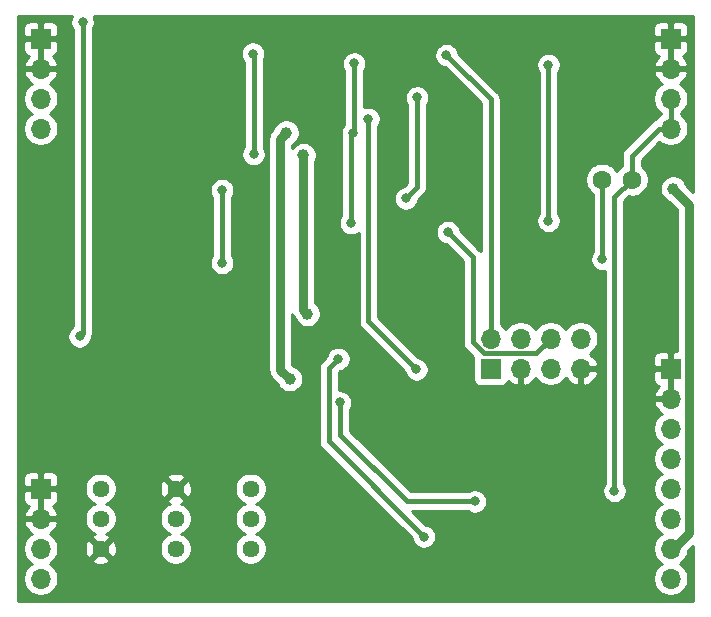
<source format=gbr>
G04 #@! TF.GenerationSoftware,KiCad,Pcbnew,5.1.6-c6e7f7d~87~ubuntu18.04.1*
G04 #@! TF.CreationDate,2020-08-19T17:04:45-04:00*
G04 #@! TF.ProjectId,late_MS20_VCF_plug_in_board,6c617465-5f4d-4533-9230-5f5643465f70,0*
G04 #@! TF.SameCoordinates,Original*
G04 #@! TF.FileFunction,Copper,L2,Bot*
G04 #@! TF.FilePolarity,Positive*
%FSLAX46Y46*%
G04 Gerber Fmt 4.6, Leading zero omitted, Abs format (unit mm)*
G04 Created by KiCad (PCBNEW 5.1.6-c6e7f7d~87~ubuntu18.04.1) date 2020-08-19 17:04:45*
%MOMM*%
%LPD*%
G01*
G04 APERTURE LIST*
G04 #@! TA.AperFunction,ComponentPad*
%ADD10C,1.440000*%
G04 #@! TD*
G04 #@! TA.AperFunction,ComponentPad*
%ADD11O,1.700000X1.700000*%
G04 #@! TD*
G04 #@! TA.AperFunction,ComponentPad*
%ADD12R,1.700000X1.700000*%
G04 #@! TD*
G04 #@! TA.AperFunction,ComponentPad*
%ADD13C,1.600000*%
G04 #@! TD*
G04 #@! TA.AperFunction,ViaPad*
%ADD14C,1.000000*%
G04 #@! TD*
G04 #@! TA.AperFunction,ViaPad*
%ADD15C,0.800000*%
G04 #@! TD*
G04 #@! TA.AperFunction,Conductor*
%ADD16C,0.750000*%
G04 #@! TD*
G04 #@! TA.AperFunction,Conductor*
%ADD17C,0.400000*%
G04 #@! TD*
G04 #@! TA.AperFunction,Conductor*
%ADD18C,0.254000*%
G04 #@! TD*
G04 APERTURE END LIST*
D10*
X111760000Y-106680000D03*
X111760000Y-109220000D03*
X111760000Y-111760000D03*
X105410000Y-106680000D03*
X105410000Y-109220000D03*
X105410000Y-111760000D03*
X99060000Y-106680000D03*
X99060000Y-109220000D03*
X99060000Y-111760000D03*
D11*
X139700000Y-93980000D03*
X139700000Y-96520000D03*
X137160000Y-93980000D03*
X137160000Y-96520000D03*
X134620000Y-93980000D03*
X134620000Y-96520000D03*
X132080000Y-93980000D03*
D12*
X132080000Y-96520000D03*
D11*
X147320000Y-114300000D03*
X147320000Y-111760000D03*
X147320000Y-109220000D03*
X147320000Y-106680000D03*
X147320000Y-104140000D03*
X147320000Y-101600000D03*
X147320000Y-99060000D03*
D12*
X147320000Y-96520000D03*
D11*
X147320000Y-76200000D03*
X147320000Y-73660000D03*
X147320000Y-71120000D03*
D12*
X147320000Y-68580000D03*
D11*
X93980000Y-114300000D03*
X93980000Y-111760000D03*
X93980000Y-109220000D03*
D12*
X93980000Y-106680000D03*
D11*
X93980000Y-76200000D03*
X93980000Y-73660000D03*
X93980000Y-71120000D03*
D12*
X93980000Y-68580000D03*
D13*
X141518000Y-80518000D03*
X144018000Y-80518000D03*
D14*
X147548600Y-81305400D03*
X116223000Y-78468000D03*
X116568000Y-91866500D03*
D15*
X133985000Y-69850000D03*
X131254500Y-68389500D03*
X107886500Y-69723000D03*
X108140500Y-86487000D03*
X112395000Y-86296500D03*
X118491000Y-86233000D03*
X118364000Y-81089500D03*
X124460000Y-80518000D03*
X124523500Y-74358500D03*
X121793000Y-73279000D03*
X116459000Y-71945500D03*
X133985000Y-85153500D03*
X120332500Y-89154000D03*
X94234000Y-92964000D03*
X101727000Y-90043000D03*
X110807500Y-100520500D03*
X111061500Y-96139000D03*
X121793000Y-109474000D03*
X124904500Y-111950500D03*
X138303000Y-109347000D03*
X139255500Y-114173000D03*
X122682000Y-100901500D03*
X120523000Y-70675500D03*
X120431990Y-76545010D03*
X120269000Y-84201000D03*
D14*
X114772010Y-76545010D03*
X115067010Y-97403978D03*
D15*
X112014000Y-78359000D03*
X111950500Y-69850000D03*
X128460500Y-84963000D03*
X141541500Y-87249000D03*
X142557500Y-106870500D03*
X121729500Y-75374500D03*
X125793500Y-96583500D03*
X128333500Y-69977000D03*
X119316500Y-99377500D03*
X130746500Y-107759500D03*
X126428500Y-110744000D03*
X119180500Y-95685500D03*
X136969500Y-84010500D03*
X136969500Y-70802500D03*
X97536000Y-67183000D03*
X97282000Y-93789500D03*
X124904500Y-82105500D03*
X125857000Y-73551016D03*
X109347000Y-87566500D03*
X109347000Y-81407000D03*
D16*
X147523200Y-111760000D02*
X147320000Y-111760000D01*
X148869400Y-110413800D02*
X147523200Y-111760000D01*
X147548600Y-81305400D02*
X148869400Y-82626200D01*
X148869400Y-82626200D02*
X148869400Y-110413800D01*
X116223000Y-78468000D02*
X116223000Y-91521500D01*
X116223000Y-91521500D02*
X116568000Y-91866500D01*
D17*
X120523000Y-70675500D02*
X120523000Y-76454000D01*
X120523000Y-76454000D02*
X120431990Y-76545010D01*
X120269000Y-76708000D02*
X120431990Y-76545010D01*
X120269000Y-84201000D02*
X120269000Y-76708000D01*
D16*
X114272011Y-77045009D02*
X114272011Y-96608979D01*
X114272011Y-96608979D02*
X115067010Y-97403978D01*
X114772010Y-76545010D02*
X114272011Y-77045009D01*
D17*
X112014000Y-78359000D02*
X112014000Y-69913500D01*
X112014000Y-69913500D02*
X111950500Y-69850000D01*
X128460500Y-84963000D02*
X130556000Y-87058500D01*
X131479999Y-95230001D02*
X135909999Y-95230001D01*
X135909999Y-95230001D02*
X137160000Y-93980000D01*
X130556000Y-94306002D02*
X131479999Y-95230001D01*
X130556000Y-87058500D02*
X130556000Y-94306002D01*
X141541500Y-80541500D02*
X141518000Y-80518000D01*
X141541500Y-87249000D02*
X141541500Y-80541500D01*
X147320000Y-73660000D02*
X147320000Y-76200000D01*
X142557500Y-106743500D02*
X142557500Y-106870500D01*
X144018000Y-80518000D02*
X142557500Y-81978500D01*
X142557500Y-81978500D02*
X142557500Y-106743500D01*
X144018000Y-80518000D02*
X144018000Y-78486000D01*
X146304000Y-76200000D02*
X147320000Y-76200000D01*
X144018000Y-78486000D02*
X146304000Y-76200000D01*
X121729500Y-75374500D02*
X121729500Y-92519500D01*
X121729500Y-92519500D02*
X125793500Y-96583500D01*
X132080000Y-73723500D02*
X132080000Y-93980000D01*
X128333500Y-69977000D02*
X132080000Y-73723500D01*
X124968000Y-107759500D02*
X130746500Y-107759500D01*
X119316500Y-99377500D02*
X119316500Y-102108000D01*
X119316500Y-102108000D02*
X124968000Y-107759500D01*
X126428500Y-110744000D02*
X118364000Y-102679500D01*
X118364000Y-96502000D02*
X119180500Y-95685500D01*
X118364000Y-102679500D02*
X118364000Y-96502000D01*
X136969500Y-84010500D02*
X136969500Y-70802500D01*
X97536000Y-67183000D02*
X97536000Y-93535500D01*
X97536000Y-93535500D02*
X97282000Y-93789500D01*
X124904500Y-82105500D02*
X125857000Y-81153000D01*
X125857000Y-81153000D02*
X125857000Y-73551016D01*
X109347000Y-87566500D02*
X109347000Y-81407000D01*
D18*
G36*
X96540774Y-66881102D02*
G01*
X96501000Y-67081061D01*
X96501000Y-67284939D01*
X96540774Y-67484898D01*
X96618795Y-67673256D01*
X96701000Y-67796285D01*
X96701001Y-92932927D01*
X96622226Y-92985563D01*
X96478063Y-93129726D01*
X96364795Y-93299244D01*
X96286774Y-93487602D01*
X96247000Y-93687561D01*
X96247000Y-93891439D01*
X96286774Y-94091398D01*
X96364795Y-94279756D01*
X96478063Y-94449274D01*
X96622226Y-94593437D01*
X96791744Y-94706705D01*
X96980102Y-94784726D01*
X97180061Y-94824500D01*
X97383939Y-94824500D01*
X97583898Y-94784726D01*
X97772256Y-94706705D01*
X97941774Y-94593437D01*
X98085937Y-94449274D01*
X98199205Y-94279756D01*
X98277226Y-94091398D01*
X98317000Y-93891439D01*
X98317000Y-93837375D01*
X98358918Y-93699189D01*
X98371000Y-93576519D01*
X98371000Y-93576517D01*
X98375040Y-93535501D01*
X98371000Y-93494485D01*
X98371000Y-81305061D01*
X108312000Y-81305061D01*
X108312000Y-81508939D01*
X108351774Y-81708898D01*
X108429795Y-81897256D01*
X108512001Y-82020286D01*
X108512000Y-86953215D01*
X108429795Y-87076244D01*
X108351774Y-87264602D01*
X108312000Y-87464561D01*
X108312000Y-87668439D01*
X108351774Y-87868398D01*
X108429795Y-88056756D01*
X108543063Y-88226274D01*
X108687226Y-88370437D01*
X108856744Y-88483705D01*
X109045102Y-88561726D01*
X109245061Y-88601500D01*
X109448939Y-88601500D01*
X109648898Y-88561726D01*
X109837256Y-88483705D01*
X110006774Y-88370437D01*
X110150937Y-88226274D01*
X110264205Y-88056756D01*
X110342226Y-87868398D01*
X110382000Y-87668439D01*
X110382000Y-87464561D01*
X110342226Y-87264602D01*
X110264205Y-87076244D01*
X110182000Y-86953215D01*
X110182000Y-82020285D01*
X110264205Y-81897256D01*
X110342226Y-81708898D01*
X110382000Y-81508939D01*
X110382000Y-81305061D01*
X110342226Y-81105102D01*
X110264205Y-80916744D01*
X110150937Y-80747226D01*
X110006774Y-80603063D01*
X109837256Y-80489795D01*
X109648898Y-80411774D01*
X109448939Y-80372000D01*
X109245061Y-80372000D01*
X109045102Y-80411774D01*
X108856744Y-80489795D01*
X108687226Y-80603063D01*
X108543063Y-80747226D01*
X108429795Y-80916744D01*
X108351774Y-81105102D01*
X108312000Y-81305061D01*
X98371000Y-81305061D01*
X98371000Y-69748061D01*
X110915500Y-69748061D01*
X110915500Y-69951939D01*
X110955274Y-70151898D01*
X111033295Y-70340256D01*
X111146563Y-70509774D01*
X111179001Y-70542212D01*
X111179000Y-77745715D01*
X111096795Y-77868744D01*
X111018774Y-78057102D01*
X110979000Y-78257061D01*
X110979000Y-78460939D01*
X111018774Y-78660898D01*
X111096795Y-78849256D01*
X111210063Y-79018774D01*
X111354226Y-79162937D01*
X111523744Y-79276205D01*
X111712102Y-79354226D01*
X111912061Y-79394000D01*
X112115939Y-79394000D01*
X112315898Y-79354226D01*
X112504256Y-79276205D01*
X112673774Y-79162937D01*
X112817937Y-79018774D01*
X112931205Y-78849256D01*
X113009226Y-78660898D01*
X113049000Y-78460939D01*
X113049000Y-78257061D01*
X113009226Y-78057102D01*
X112931205Y-77868744D01*
X112849000Y-77745715D01*
X112849000Y-77045009D01*
X113257125Y-77045009D01*
X113262011Y-77094617D01*
X113262012Y-96559361D01*
X113257125Y-96608979D01*
X113276626Y-96806973D01*
X113334379Y-96997358D01*
X113334380Y-96997359D01*
X113428165Y-97172819D01*
X113554379Y-97326612D01*
X113592912Y-97358235D01*
X113979802Y-97745125D01*
X114061186Y-97941602D01*
X114185398Y-98127498D01*
X114343490Y-98285590D01*
X114529386Y-98409802D01*
X114735943Y-98495361D01*
X114955222Y-98538978D01*
X115178798Y-98538978D01*
X115398077Y-98495361D01*
X115604634Y-98409802D01*
X115790530Y-98285590D01*
X115948622Y-98127498D01*
X116072834Y-97941602D01*
X116158393Y-97735045D01*
X116202010Y-97515766D01*
X116202010Y-97292190D01*
X116158393Y-97072911D01*
X116072834Y-96866354D01*
X115948622Y-96680458D01*
X115790530Y-96522366D01*
X115760051Y-96502000D01*
X117524960Y-96502000D01*
X117529001Y-96543028D01*
X117529000Y-102638481D01*
X117524960Y-102679500D01*
X117529000Y-102720518D01*
X117541082Y-102843188D01*
X117588828Y-103000586D01*
X117666364Y-103145645D01*
X117770709Y-103272791D01*
X117802579Y-103298946D01*
X125404408Y-110900776D01*
X125433274Y-111045898D01*
X125511295Y-111234256D01*
X125624563Y-111403774D01*
X125768726Y-111547937D01*
X125938244Y-111661205D01*
X126126602Y-111739226D01*
X126326561Y-111779000D01*
X126530439Y-111779000D01*
X126730398Y-111739226D01*
X126918756Y-111661205D01*
X127088274Y-111547937D01*
X127232437Y-111403774D01*
X127345705Y-111234256D01*
X127423726Y-111045898D01*
X127463500Y-110845939D01*
X127463500Y-110642061D01*
X127423726Y-110442102D01*
X127345705Y-110253744D01*
X127232437Y-110084226D01*
X127088274Y-109940063D01*
X126918756Y-109826795D01*
X126730398Y-109748774D01*
X126585276Y-109719908D01*
X125459868Y-108594500D01*
X130133215Y-108594500D01*
X130256244Y-108676705D01*
X130444602Y-108754726D01*
X130644561Y-108794500D01*
X130848439Y-108794500D01*
X131048398Y-108754726D01*
X131236756Y-108676705D01*
X131406274Y-108563437D01*
X131550437Y-108419274D01*
X131663705Y-108249756D01*
X131741726Y-108061398D01*
X131781500Y-107861439D01*
X131781500Y-107657561D01*
X131741726Y-107457602D01*
X131663705Y-107269244D01*
X131550437Y-107099726D01*
X131406274Y-106955563D01*
X131236756Y-106842295D01*
X131048398Y-106764274D01*
X130848439Y-106724500D01*
X130644561Y-106724500D01*
X130444602Y-106764274D01*
X130256244Y-106842295D01*
X130133215Y-106924500D01*
X125313869Y-106924500D01*
X120151500Y-101762133D01*
X120151500Y-99990785D01*
X120233705Y-99867756D01*
X120311726Y-99679398D01*
X120351500Y-99479439D01*
X120351500Y-99275561D01*
X120311726Y-99075602D01*
X120233705Y-98887244D01*
X120120437Y-98717726D01*
X119976274Y-98573563D01*
X119806756Y-98460295D01*
X119618398Y-98382274D01*
X119418439Y-98342500D01*
X119214561Y-98342500D01*
X119199000Y-98345595D01*
X119199000Y-96847867D01*
X119337275Y-96709593D01*
X119482398Y-96680726D01*
X119670756Y-96602705D01*
X119840274Y-96489437D01*
X119984437Y-96345274D01*
X120097705Y-96175756D01*
X120175726Y-95987398D01*
X120215500Y-95787439D01*
X120215500Y-95583561D01*
X120175726Y-95383602D01*
X120097705Y-95195244D01*
X119984437Y-95025726D01*
X119840274Y-94881563D01*
X119670756Y-94768295D01*
X119482398Y-94690274D01*
X119282439Y-94650500D01*
X119078561Y-94650500D01*
X118878602Y-94690274D01*
X118690244Y-94768295D01*
X118520726Y-94881563D01*
X118376563Y-95025726D01*
X118263295Y-95195244D01*
X118185274Y-95383602D01*
X118156407Y-95528725D01*
X117802574Y-95882559D01*
X117770710Y-95908709D01*
X117744562Y-95940571D01*
X117666364Y-96035855D01*
X117588828Y-96180914D01*
X117541082Y-96338312D01*
X117524960Y-96502000D01*
X115760051Y-96502000D01*
X115604634Y-96398154D01*
X115408157Y-96316770D01*
X115282011Y-96190624D01*
X115282011Y-91898813D01*
X115285368Y-91909879D01*
X115362058Y-92053355D01*
X115379154Y-92085340D01*
X115482080Y-92210757D01*
X115562176Y-92404124D01*
X115686388Y-92590020D01*
X115844480Y-92748112D01*
X116030376Y-92872324D01*
X116236933Y-92957883D01*
X116456212Y-93001500D01*
X116679788Y-93001500D01*
X116899067Y-92957883D01*
X117105624Y-92872324D01*
X117291520Y-92748112D01*
X117449612Y-92590020D01*
X117573824Y-92404124D01*
X117659383Y-92197567D01*
X117703000Y-91978288D01*
X117703000Y-91754712D01*
X117659383Y-91535433D01*
X117573824Y-91328876D01*
X117449612Y-91142980D01*
X117291520Y-90984888D01*
X117233000Y-90945786D01*
X117233000Y-84099061D01*
X119234000Y-84099061D01*
X119234000Y-84302939D01*
X119273774Y-84502898D01*
X119351795Y-84691256D01*
X119465063Y-84860774D01*
X119609226Y-85004937D01*
X119778744Y-85118205D01*
X119967102Y-85196226D01*
X120167061Y-85236000D01*
X120370939Y-85236000D01*
X120570898Y-85196226D01*
X120759256Y-85118205D01*
X120894501Y-85027838D01*
X120894501Y-92478471D01*
X120890460Y-92519500D01*
X120906582Y-92683188D01*
X120954328Y-92840586D01*
X121031864Y-92985645D01*
X121031865Y-92985646D01*
X121136210Y-93112791D01*
X121168074Y-93138941D01*
X124769408Y-96740277D01*
X124798274Y-96885398D01*
X124876295Y-97073756D01*
X124989563Y-97243274D01*
X125133726Y-97387437D01*
X125303244Y-97500705D01*
X125491602Y-97578726D01*
X125691561Y-97618500D01*
X125895439Y-97618500D01*
X126095398Y-97578726D01*
X126283756Y-97500705D01*
X126453274Y-97387437D01*
X126597437Y-97243274D01*
X126710705Y-97073756D01*
X126788726Y-96885398D01*
X126828500Y-96685439D01*
X126828500Y-96481561D01*
X126788726Y-96281602D01*
X126710705Y-96093244D01*
X126597437Y-95923726D01*
X126453274Y-95779563D01*
X126283756Y-95666295D01*
X126095398Y-95588274D01*
X125950277Y-95559408D01*
X122564500Y-92173633D01*
X122564500Y-82003561D01*
X123869500Y-82003561D01*
X123869500Y-82207439D01*
X123909274Y-82407398D01*
X123987295Y-82595756D01*
X124100563Y-82765274D01*
X124244726Y-82909437D01*
X124414244Y-83022705D01*
X124602602Y-83100726D01*
X124802561Y-83140500D01*
X125006439Y-83140500D01*
X125206398Y-83100726D01*
X125394756Y-83022705D01*
X125564274Y-82909437D01*
X125708437Y-82765274D01*
X125821705Y-82595756D01*
X125899726Y-82407398D01*
X125928593Y-82262275D01*
X126418428Y-81772440D01*
X126450291Y-81746291D01*
X126554636Y-81619146D01*
X126632172Y-81474087D01*
X126679918Y-81316689D01*
X126692000Y-81194019D01*
X126692000Y-81194009D01*
X126696039Y-81153001D01*
X126692000Y-81111993D01*
X126692000Y-74164301D01*
X126774205Y-74041272D01*
X126852226Y-73852914D01*
X126892000Y-73652955D01*
X126892000Y-73449077D01*
X126852226Y-73249118D01*
X126774205Y-73060760D01*
X126660937Y-72891242D01*
X126516774Y-72747079D01*
X126347256Y-72633811D01*
X126158898Y-72555790D01*
X125958939Y-72516016D01*
X125755061Y-72516016D01*
X125555102Y-72555790D01*
X125366744Y-72633811D01*
X125197226Y-72747079D01*
X125053063Y-72891242D01*
X124939795Y-73060760D01*
X124861774Y-73249118D01*
X124822000Y-73449077D01*
X124822000Y-73652955D01*
X124861774Y-73852914D01*
X124939795Y-74041272D01*
X125022001Y-74164302D01*
X125022000Y-80807132D01*
X124747725Y-81081407D01*
X124602602Y-81110274D01*
X124414244Y-81188295D01*
X124244726Y-81301563D01*
X124100563Y-81445726D01*
X123987295Y-81615244D01*
X123909274Y-81803602D01*
X123869500Y-82003561D01*
X122564500Y-82003561D01*
X122564500Y-75987785D01*
X122646705Y-75864756D01*
X122724726Y-75676398D01*
X122764500Y-75476439D01*
X122764500Y-75272561D01*
X122724726Y-75072602D01*
X122646705Y-74884244D01*
X122533437Y-74714726D01*
X122389274Y-74570563D01*
X122219756Y-74457295D01*
X122031398Y-74379274D01*
X121831439Y-74339500D01*
X121627561Y-74339500D01*
X121427602Y-74379274D01*
X121358000Y-74408104D01*
X121358000Y-71288785D01*
X121440205Y-71165756D01*
X121518226Y-70977398D01*
X121558000Y-70777439D01*
X121558000Y-70573561D01*
X121518226Y-70373602D01*
X121440205Y-70185244D01*
X121326937Y-70015726D01*
X121186272Y-69875061D01*
X127298500Y-69875061D01*
X127298500Y-70078939D01*
X127338274Y-70278898D01*
X127416295Y-70467256D01*
X127529563Y-70636774D01*
X127673726Y-70780937D01*
X127843244Y-70894205D01*
X128031602Y-70972226D01*
X128176726Y-71001093D01*
X131245000Y-74069368D01*
X131245001Y-86581832D01*
X131149291Y-86465209D01*
X131117433Y-86439064D01*
X129484593Y-84806225D01*
X129455726Y-84661102D01*
X129377705Y-84472744D01*
X129264437Y-84303226D01*
X129120274Y-84159063D01*
X128950756Y-84045795D01*
X128762398Y-83967774D01*
X128562439Y-83928000D01*
X128358561Y-83928000D01*
X128158602Y-83967774D01*
X127970244Y-84045795D01*
X127800726Y-84159063D01*
X127656563Y-84303226D01*
X127543295Y-84472744D01*
X127465274Y-84661102D01*
X127425500Y-84861061D01*
X127425500Y-85064939D01*
X127465274Y-85264898D01*
X127543295Y-85453256D01*
X127656563Y-85622774D01*
X127800726Y-85766937D01*
X127970244Y-85880205D01*
X128158602Y-85958226D01*
X128303725Y-85987093D01*
X129721000Y-87404369D01*
X129721001Y-94264974D01*
X129716960Y-94306002D01*
X129733082Y-94469690D01*
X129780828Y-94627088D01*
X129858364Y-94772147D01*
X129858365Y-94772148D01*
X129962710Y-94899293D01*
X129994574Y-94925443D01*
X130606622Y-95537493D01*
X130604188Y-95545518D01*
X130591928Y-95670000D01*
X130591928Y-97370000D01*
X130604188Y-97494482D01*
X130640498Y-97614180D01*
X130699463Y-97724494D01*
X130778815Y-97821185D01*
X130875506Y-97900537D01*
X130985820Y-97959502D01*
X131105518Y-97995812D01*
X131230000Y-98008072D01*
X132930000Y-98008072D01*
X133054482Y-97995812D01*
X133174180Y-97959502D01*
X133284494Y-97900537D01*
X133381185Y-97821185D01*
X133460537Y-97724494D01*
X133519502Y-97614180D01*
X133543966Y-97533534D01*
X133619731Y-97617588D01*
X133853080Y-97791641D01*
X134115901Y-97916825D01*
X134263110Y-97961476D01*
X134493000Y-97840155D01*
X134493000Y-96647000D01*
X134473000Y-96647000D01*
X134473000Y-96393000D01*
X134493000Y-96393000D01*
X134493000Y-96373000D01*
X134747000Y-96373000D01*
X134747000Y-96393000D01*
X134767000Y-96393000D01*
X134767000Y-96647000D01*
X134747000Y-96647000D01*
X134747000Y-97840155D01*
X134976890Y-97961476D01*
X135124099Y-97916825D01*
X135386920Y-97791641D01*
X135620269Y-97617588D01*
X135815178Y-97401355D01*
X135884805Y-97284466D01*
X136006525Y-97466632D01*
X136213368Y-97673475D01*
X136456589Y-97835990D01*
X136726842Y-97947932D01*
X137013740Y-98005000D01*
X137306260Y-98005000D01*
X137593158Y-97947932D01*
X137863411Y-97835990D01*
X138106632Y-97673475D01*
X138313475Y-97466632D01*
X138435195Y-97284466D01*
X138504822Y-97401355D01*
X138699731Y-97617588D01*
X138933080Y-97791641D01*
X139195901Y-97916825D01*
X139343110Y-97961476D01*
X139573000Y-97840155D01*
X139573000Y-96647000D01*
X139827000Y-96647000D01*
X139827000Y-97840155D01*
X140056890Y-97961476D01*
X140204099Y-97916825D01*
X140466920Y-97791641D01*
X140700269Y-97617588D01*
X140895178Y-97401355D01*
X141044157Y-97151252D01*
X141141481Y-96876891D01*
X141020814Y-96647000D01*
X139827000Y-96647000D01*
X139573000Y-96647000D01*
X139553000Y-96647000D01*
X139553000Y-96393000D01*
X139573000Y-96393000D01*
X139573000Y-96373000D01*
X139827000Y-96373000D01*
X139827000Y-96393000D01*
X141020814Y-96393000D01*
X141141481Y-96163109D01*
X141044157Y-95888748D01*
X140895178Y-95638645D01*
X140700269Y-95422412D01*
X140470594Y-95251100D01*
X140646632Y-95133475D01*
X140853475Y-94926632D01*
X141015990Y-94683411D01*
X141127932Y-94413158D01*
X141185000Y-94126260D01*
X141185000Y-93833740D01*
X141127932Y-93546842D01*
X141015990Y-93276589D01*
X140853475Y-93033368D01*
X140646632Y-92826525D01*
X140403411Y-92664010D01*
X140133158Y-92552068D01*
X139846260Y-92495000D01*
X139553740Y-92495000D01*
X139266842Y-92552068D01*
X138996589Y-92664010D01*
X138753368Y-92826525D01*
X138546525Y-93033368D01*
X138430000Y-93207760D01*
X138313475Y-93033368D01*
X138106632Y-92826525D01*
X137863411Y-92664010D01*
X137593158Y-92552068D01*
X137306260Y-92495000D01*
X137013740Y-92495000D01*
X136726842Y-92552068D01*
X136456589Y-92664010D01*
X136213368Y-92826525D01*
X136006525Y-93033368D01*
X135890000Y-93207760D01*
X135773475Y-93033368D01*
X135566632Y-92826525D01*
X135323411Y-92664010D01*
X135053158Y-92552068D01*
X134766260Y-92495000D01*
X134473740Y-92495000D01*
X134186842Y-92552068D01*
X133916589Y-92664010D01*
X133673368Y-92826525D01*
X133466525Y-93033368D01*
X133350000Y-93207760D01*
X133233475Y-93033368D01*
X133026632Y-92826525D01*
X132915000Y-92751935D01*
X132915000Y-73764518D01*
X132919040Y-73723499D01*
X132902918Y-73559811D01*
X132855172Y-73402413D01*
X132777636Y-73257354D01*
X132752595Y-73226842D01*
X132673291Y-73130209D01*
X132641428Y-73104060D01*
X130237929Y-70700561D01*
X135934500Y-70700561D01*
X135934500Y-70904439D01*
X135974274Y-71104398D01*
X136052295Y-71292756D01*
X136134501Y-71415786D01*
X136134500Y-83397215D01*
X136052295Y-83520244D01*
X135974274Y-83708602D01*
X135934500Y-83908561D01*
X135934500Y-84112439D01*
X135974274Y-84312398D01*
X136052295Y-84500756D01*
X136165563Y-84670274D01*
X136309726Y-84814437D01*
X136479244Y-84927705D01*
X136667602Y-85005726D01*
X136867561Y-85045500D01*
X137071439Y-85045500D01*
X137271398Y-85005726D01*
X137459756Y-84927705D01*
X137629274Y-84814437D01*
X137773437Y-84670274D01*
X137886705Y-84500756D01*
X137964726Y-84312398D01*
X138004500Y-84112439D01*
X138004500Y-83908561D01*
X137964726Y-83708602D01*
X137886705Y-83520244D01*
X137804500Y-83397215D01*
X137804500Y-80376665D01*
X140083000Y-80376665D01*
X140083000Y-80659335D01*
X140138147Y-80936574D01*
X140246320Y-81197727D01*
X140403363Y-81432759D01*
X140603241Y-81632637D01*
X140706501Y-81701633D01*
X140706500Y-86635715D01*
X140624295Y-86758744D01*
X140546274Y-86947102D01*
X140506500Y-87147061D01*
X140506500Y-87350939D01*
X140546274Y-87550898D01*
X140624295Y-87739256D01*
X140737563Y-87908774D01*
X140881726Y-88052937D01*
X141051244Y-88166205D01*
X141239602Y-88244226D01*
X141439561Y-88284000D01*
X141643439Y-88284000D01*
X141722500Y-88268274D01*
X141722501Y-106257214D01*
X141640295Y-106380244D01*
X141562274Y-106568602D01*
X141522500Y-106768561D01*
X141522500Y-106972439D01*
X141562274Y-107172398D01*
X141640295Y-107360756D01*
X141753563Y-107530274D01*
X141897726Y-107674437D01*
X142067244Y-107787705D01*
X142255602Y-107865726D01*
X142455561Y-107905500D01*
X142659439Y-107905500D01*
X142859398Y-107865726D01*
X143047756Y-107787705D01*
X143217274Y-107674437D01*
X143361437Y-107530274D01*
X143474705Y-107360756D01*
X143552726Y-107172398D01*
X143592500Y-106972439D01*
X143592500Y-106768561D01*
X143552726Y-106568602D01*
X143474705Y-106380244D01*
X143392500Y-106257215D01*
X143392500Y-97370000D01*
X145831928Y-97370000D01*
X145844188Y-97494482D01*
X145880498Y-97614180D01*
X145939463Y-97724494D01*
X146018815Y-97821185D01*
X146115506Y-97900537D01*
X146225820Y-97959502D01*
X146306466Y-97983966D01*
X146222412Y-98059731D01*
X146048359Y-98293080D01*
X145923175Y-98555901D01*
X145878524Y-98703110D01*
X145999845Y-98933000D01*
X147193000Y-98933000D01*
X147193000Y-96647000D01*
X145993750Y-96647000D01*
X145835000Y-96805750D01*
X145831928Y-97370000D01*
X143392500Y-97370000D01*
X143392500Y-95670000D01*
X145831928Y-95670000D01*
X145835000Y-96234250D01*
X145993750Y-96393000D01*
X147193000Y-96393000D01*
X147193000Y-95193750D01*
X147034250Y-95035000D01*
X146470000Y-95031928D01*
X146345518Y-95044188D01*
X146225820Y-95080498D01*
X146115506Y-95139463D01*
X146018815Y-95218815D01*
X145939463Y-95315506D01*
X145880498Y-95425820D01*
X145844188Y-95545518D01*
X145831928Y-95670000D01*
X143392500Y-95670000D01*
X143392500Y-82324367D01*
X143782582Y-81934286D01*
X143876665Y-81953000D01*
X144159335Y-81953000D01*
X144436574Y-81897853D01*
X144697727Y-81789680D01*
X144932759Y-81632637D01*
X145132637Y-81432759D01*
X145289680Y-81197727D01*
X145397853Y-80936574D01*
X145453000Y-80659335D01*
X145453000Y-80376665D01*
X145397853Y-80099426D01*
X145289680Y-79838273D01*
X145132637Y-79603241D01*
X144932759Y-79403363D01*
X144853000Y-79350070D01*
X144853000Y-78831867D01*
X146352380Y-77332487D01*
X146373368Y-77353475D01*
X146616589Y-77515990D01*
X146886842Y-77627932D01*
X147173740Y-77685000D01*
X147466260Y-77685000D01*
X147753158Y-77627932D01*
X148023411Y-77515990D01*
X148266632Y-77353475D01*
X148473475Y-77146632D01*
X148635990Y-76903411D01*
X148747932Y-76633158D01*
X148805000Y-76346260D01*
X148805000Y-76053740D01*
X148747932Y-75766842D01*
X148635990Y-75496589D01*
X148473475Y-75253368D01*
X148266632Y-75046525D01*
X148155000Y-74971935D01*
X148155000Y-74888065D01*
X148266632Y-74813475D01*
X148473475Y-74606632D01*
X148635990Y-74363411D01*
X148747932Y-74093158D01*
X148805000Y-73806260D01*
X148805000Y-73513740D01*
X148747932Y-73226842D01*
X148635990Y-72956589D01*
X148473475Y-72713368D01*
X148266632Y-72506525D01*
X148084466Y-72384805D01*
X148201355Y-72315178D01*
X148417588Y-72120269D01*
X148591641Y-71886920D01*
X148716825Y-71624099D01*
X148761476Y-71476890D01*
X148640155Y-71247000D01*
X147447000Y-71247000D01*
X147447000Y-71267000D01*
X147193000Y-71267000D01*
X147193000Y-71247000D01*
X145999845Y-71247000D01*
X145878524Y-71476890D01*
X145923175Y-71624099D01*
X146048359Y-71886920D01*
X146222412Y-72120269D01*
X146438645Y-72315178D01*
X146555534Y-72384805D01*
X146373368Y-72506525D01*
X146166525Y-72713368D01*
X146004010Y-72956589D01*
X145892068Y-73226842D01*
X145835000Y-73513740D01*
X145835000Y-73806260D01*
X145892068Y-74093158D01*
X146004010Y-74363411D01*
X146166525Y-74606632D01*
X146373368Y-74813475D01*
X146485000Y-74888065D01*
X146485001Y-74971935D01*
X146373368Y-75046525D01*
X146166525Y-75253368D01*
X146069512Y-75398559D01*
X145982913Y-75424828D01*
X145837854Y-75502364D01*
X145710709Y-75606709D01*
X145684559Y-75638573D01*
X143456574Y-77866559D01*
X143424710Y-77892709D01*
X143398562Y-77924571D01*
X143320364Y-78019855D01*
X143242828Y-78164914D01*
X143195082Y-78322312D01*
X143178960Y-78486000D01*
X143183001Y-78527028D01*
X143183001Y-79350069D01*
X143103241Y-79403363D01*
X142903363Y-79603241D01*
X142768000Y-79805827D01*
X142632637Y-79603241D01*
X142432759Y-79403363D01*
X142197727Y-79246320D01*
X141936574Y-79138147D01*
X141659335Y-79083000D01*
X141376665Y-79083000D01*
X141099426Y-79138147D01*
X140838273Y-79246320D01*
X140603241Y-79403363D01*
X140403363Y-79603241D01*
X140246320Y-79838273D01*
X140138147Y-80099426D01*
X140083000Y-80376665D01*
X137804500Y-80376665D01*
X137804500Y-71415785D01*
X137886705Y-71292756D01*
X137964726Y-71104398D01*
X138004500Y-70904439D01*
X138004500Y-70700561D01*
X137964726Y-70500602D01*
X137886705Y-70312244D01*
X137773437Y-70142726D01*
X137629274Y-69998563D01*
X137459756Y-69885295D01*
X137271398Y-69807274D01*
X137071439Y-69767500D01*
X136867561Y-69767500D01*
X136667602Y-69807274D01*
X136479244Y-69885295D01*
X136309726Y-69998563D01*
X136165563Y-70142726D01*
X136052295Y-70312244D01*
X135974274Y-70500602D01*
X135934500Y-70700561D01*
X130237929Y-70700561D01*
X129357593Y-69820226D01*
X129328726Y-69675102D01*
X129250705Y-69486744D01*
X129212790Y-69430000D01*
X145831928Y-69430000D01*
X145844188Y-69554482D01*
X145880498Y-69674180D01*
X145939463Y-69784494D01*
X146018815Y-69881185D01*
X146115506Y-69960537D01*
X146225820Y-70019502D01*
X146306466Y-70043966D01*
X146222412Y-70119731D01*
X146048359Y-70353080D01*
X145923175Y-70615901D01*
X145878524Y-70763110D01*
X145999845Y-70993000D01*
X147193000Y-70993000D01*
X147193000Y-68707000D01*
X147447000Y-68707000D01*
X147447000Y-70993000D01*
X148640155Y-70993000D01*
X148761476Y-70763110D01*
X148716825Y-70615901D01*
X148591641Y-70353080D01*
X148417588Y-70119731D01*
X148333534Y-70043966D01*
X148414180Y-70019502D01*
X148524494Y-69960537D01*
X148621185Y-69881185D01*
X148700537Y-69784494D01*
X148759502Y-69674180D01*
X148795812Y-69554482D01*
X148808072Y-69430000D01*
X148805000Y-68865750D01*
X148646250Y-68707000D01*
X147447000Y-68707000D01*
X147193000Y-68707000D01*
X145993750Y-68707000D01*
X145835000Y-68865750D01*
X145831928Y-69430000D01*
X129212790Y-69430000D01*
X129137437Y-69317226D01*
X128993274Y-69173063D01*
X128823756Y-69059795D01*
X128635398Y-68981774D01*
X128435439Y-68942000D01*
X128231561Y-68942000D01*
X128031602Y-68981774D01*
X127843244Y-69059795D01*
X127673726Y-69173063D01*
X127529563Y-69317226D01*
X127416295Y-69486744D01*
X127338274Y-69675102D01*
X127298500Y-69875061D01*
X121186272Y-69875061D01*
X121182774Y-69871563D01*
X121013256Y-69758295D01*
X120824898Y-69680274D01*
X120624939Y-69640500D01*
X120421061Y-69640500D01*
X120221102Y-69680274D01*
X120032744Y-69758295D01*
X119863226Y-69871563D01*
X119719063Y-70015726D01*
X119605795Y-70185244D01*
X119527774Y-70373602D01*
X119488000Y-70573561D01*
X119488000Y-70777439D01*
X119527774Y-70977398D01*
X119605795Y-71165756D01*
X119688000Y-71288785D01*
X119688001Y-75825288D01*
X119628053Y-75885236D01*
X119514785Y-76054754D01*
X119436764Y-76243112D01*
X119396990Y-76443071D01*
X119396990Y-76646949D01*
X119434001Y-76833017D01*
X119434000Y-83587715D01*
X119351795Y-83710744D01*
X119273774Y-83899102D01*
X119234000Y-84099061D01*
X117233000Y-84099061D01*
X117233000Y-78995542D01*
X117314383Y-78799067D01*
X117358000Y-78579788D01*
X117358000Y-78356212D01*
X117314383Y-78136933D01*
X117228824Y-77930376D01*
X117104612Y-77744480D01*
X116946520Y-77586388D01*
X116760624Y-77462176D01*
X116554067Y-77376617D01*
X116334788Y-77333000D01*
X116111212Y-77333000D01*
X115891933Y-77376617D01*
X115685376Y-77462176D01*
X115499480Y-77586388D01*
X115341388Y-77744480D01*
X115282011Y-77833344D01*
X115282011Y-77562276D01*
X115309634Y-77550834D01*
X115495530Y-77426622D01*
X115653622Y-77268530D01*
X115777834Y-77082634D01*
X115863393Y-76876077D01*
X115907010Y-76656798D01*
X115907010Y-76433222D01*
X115863393Y-76213943D01*
X115777834Y-76007386D01*
X115653622Y-75821490D01*
X115495530Y-75663398D01*
X115309634Y-75539186D01*
X115103077Y-75453627D01*
X114883798Y-75410010D01*
X114660222Y-75410010D01*
X114440943Y-75453627D01*
X114234386Y-75539186D01*
X114048490Y-75663398D01*
X113890398Y-75821490D01*
X113766186Y-76007386D01*
X113684802Y-76203863D01*
X113592918Y-76295748D01*
X113554378Y-76327376D01*
X113428164Y-76481169D01*
X113355194Y-76617687D01*
X113334379Y-76656630D01*
X113276626Y-76847015D01*
X113257125Y-77045009D01*
X112849000Y-77045009D01*
X112849000Y-70368250D01*
X112867705Y-70340256D01*
X112945726Y-70151898D01*
X112985500Y-69951939D01*
X112985500Y-69748061D01*
X112945726Y-69548102D01*
X112867705Y-69359744D01*
X112754437Y-69190226D01*
X112610274Y-69046063D01*
X112440756Y-68932795D01*
X112252398Y-68854774D01*
X112052439Y-68815000D01*
X111848561Y-68815000D01*
X111648602Y-68854774D01*
X111460244Y-68932795D01*
X111290726Y-69046063D01*
X111146563Y-69190226D01*
X111033295Y-69359744D01*
X110955274Y-69548102D01*
X110915500Y-69748061D01*
X98371000Y-69748061D01*
X98371000Y-67796285D01*
X98415290Y-67730000D01*
X145831928Y-67730000D01*
X145835000Y-68294250D01*
X145993750Y-68453000D01*
X147193000Y-68453000D01*
X147193000Y-67253750D01*
X147447000Y-67253750D01*
X147447000Y-68453000D01*
X148646250Y-68453000D01*
X148805000Y-68294250D01*
X148808072Y-67730000D01*
X148795812Y-67605518D01*
X148759502Y-67485820D01*
X148700537Y-67375506D01*
X148621185Y-67278815D01*
X148524494Y-67199463D01*
X148414180Y-67140498D01*
X148294482Y-67104188D01*
X148170000Y-67091928D01*
X147605750Y-67095000D01*
X147447000Y-67253750D01*
X147193000Y-67253750D01*
X147034250Y-67095000D01*
X146470000Y-67091928D01*
X146345518Y-67104188D01*
X146225820Y-67140498D01*
X146115506Y-67199463D01*
X146018815Y-67278815D01*
X145939463Y-67375506D01*
X145880498Y-67485820D01*
X145844188Y-67605518D01*
X145831928Y-67730000D01*
X98415290Y-67730000D01*
X98453205Y-67673256D01*
X98531226Y-67484898D01*
X98571000Y-67284939D01*
X98571000Y-67081061D01*
X98531226Y-66881102D01*
X98456211Y-66700000D01*
X149200001Y-66700000D01*
X149200001Y-81528446D01*
X148635808Y-80964253D01*
X148554424Y-80767776D01*
X148430212Y-80581880D01*
X148272120Y-80423788D01*
X148086224Y-80299576D01*
X147879667Y-80214017D01*
X147660388Y-80170400D01*
X147436812Y-80170400D01*
X147217533Y-80214017D01*
X147010976Y-80299576D01*
X146825080Y-80423788D01*
X146666988Y-80581880D01*
X146542776Y-80767776D01*
X146457217Y-80974333D01*
X146413600Y-81193612D01*
X146413600Y-81417188D01*
X146457217Y-81636467D01*
X146542776Y-81843024D01*
X146666988Y-82028920D01*
X146825080Y-82187012D01*
X147010976Y-82311224D01*
X147207453Y-82392608D01*
X147859400Y-83044555D01*
X147859400Y-95033619D01*
X147605750Y-95035000D01*
X147447000Y-95193750D01*
X147447000Y-96393000D01*
X147467000Y-96393000D01*
X147467000Y-96647000D01*
X147447000Y-96647000D01*
X147447000Y-98933000D01*
X147467000Y-98933000D01*
X147467000Y-99187000D01*
X147447000Y-99187000D01*
X147447000Y-99207000D01*
X147193000Y-99207000D01*
X147193000Y-99187000D01*
X145999845Y-99187000D01*
X145878524Y-99416890D01*
X145923175Y-99564099D01*
X146048359Y-99826920D01*
X146222412Y-100060269D01*
X146438645Y-100255178D01*
X146555534Y-100324805D01*
X146373368Y-100446525D01*
X146166525Y-100653368D01*
X146004010Y-100896589D01*
X145892068Y-101166842D01*
X145835000Y-101453740D01*
X145835000Y-101746260D01*
X145892068Y-102033158D01*
X146004010Y-102303411D01*
X146166525Y-102546632D01*
X146373368Y-102753475D01*
X146547760Y-102870000D01*
X146373368Y-102986525D01*
X146166525Y-103193368D01*
X146004010Y-103436589D01*
X145892068Y-103706842D01*
X145835000Y-103993740D01*
X145835000Y-104286260D01*
X145892068Y-104573158D01*
X146004010Y-104843411D01*
X146166525Y-105086632D01*
X146373368Y-105293475D01*
X146547760Y-105410000D01*
X146373368Y-105526525D01*
X146166525Y-105733368D01*
X146004010Y-105976589D01*
X145892068Y-106246842D01*
X145835000Y-106533740D01*
X145835000Y-106826260D01*
X145892068Y-107113158D01*
X146004010Y-107383411D01*
X146166525Y-107626632D01*
X146373368Y-107833475D01*
X146547760Y-107950000D01*
X146373368Y-108066525D01*
X146166525Y-108273368D01*
X146004010Y-108516589D01*
X145892068Y-108786842D01*
X145835000Y-109073740D01*
X145835000Y-109366260D01*
X145892068Y-109653158D01*
X146004010Y-109923411D01*
X146166525Y-110166632D01*
X146373368Y-110373475D01*
X146547760Y-110490000D01*
X146373368Y-110606525D01*
X146166525Y-110813368D01*
X146004010Y-111056589D01*
X145892068Y-111326842D01*
X145835000Y-111613740D01*
X145835000Y-111906260D01*
X145892068Y-112193158D01*
X146004010Y-112463411D01*
X146166525Y-112706632D01*
X146373368Y-112913475D01*
X146547760Y-113030000D01*
X146373368Y-113146525D01*
X146166525Y-113353368D01*
X146004010Y-113596589D01*
X145892068Y-113866842D01*
X145835000Y-114153740D01*
X145835000Y-114446260D01*
X145892068Y-114733158D01*
X146004010Y-115003411D01*
X146166525Y-115246632D01*
X146373368Y-115453475D01*
X146616589Y-115615990D01*
X146886842Y-115727932D01*
X147173740Y-115785000D01*
X147466260Y-115785000D01*
X147753158Y-115727932D01*
X148023411Y-115615990D01*
X148266632Y-115453475D01*
X148473475Y-115246632D01*
X148635990Y-115003411D01*
X148747932Y-114733158D01*
X148805000Y-114446260D01*
X148805000Y-114153740D01*
X148747932Y-113866842D01*
X148635990Y-113596589D01*
X148473475Y-113353368D01*
X148266632Y-113146525D01*
X148092240Y-113030000D01*
X148266632Y-112913475D01*
X148473475Y-112706632D01*
X148635990Y-112463411D01*
X148747932Y-112193158D01*
X148804927Y-111906628D01*
X149200000Y-111511555D01*
X149200000Y-116180000D01*
X92100000Y-116180000D01*
X92100000Y-111613740D01*
X92495000Y-111613740D01*
X92495000Y-111906260D01*
X92552068Y-112193158D01*
X92664010Y-112463411D01*
X92826525Y-112706632D01*
X93033368Y-112913475D01*
X93207760Y-113030000D01*
X93033368Y-113146525D01*
X92826525Y-113353368D01*
X92664010Y-113596589D01*
X92552068Y-113866842D01*
X92495000Y-114153740D01*
X92495000Y-114446260D01*
X92552068Y-114733158D01*
X92664010Y-115003411D01*
X92826525Y-115246632D01*
X93033368Y-115453475D01*
X93276589Y-115615990D01*
X93546842Y-115727932D01*
X93833740Y-115785000D01*
X94126260Y-115785000D01*
X94413158Y-115727932D01*
X94683411Y-115615990D01*
X94926632Y-115453475D01*
X95133475Y-115246632D01*
X95295990Y-115003411D01*
X95407932Y-114733158D01*
X95465000Y-114446260D01*
X95465000Y-114153740D01*
X95407932Y-113866842D01*
X95295990Y-113596589D01*
X95133475Y-113353368D01*
X94926632Y-113146525D01*
X94752240Y-113030000D01*
X94926632Y-112913475D01*
X95133475Y-112706632D01*
X95140873Y-112695560D01*
X98304045Y-112695560D01*
X98365932Y-112931368D01*
X98607790Y-113044266D01*
X98867027Y-113107811D01*
X99133680Y-113119561D01*
X99397501Y-113079063D01*
X99648353Y-112987875D01*
X99754068Y-112931368D01*
X99815955Y-112695560D01*
X99060000Y-111939605D01*
X98304045Y-112695560D01*
X95140873Y-112695560D01*
X95295990Y-112463411D01*
X95407932Y-112193158D01*
X95465000Y-111906260D01*
X95465000Y-111833680D01*
X97700439Y-111833680D01*
X97740937Y-112097501D01*
X97832125Y-112348353D01*
X97888632Y-112454068D01*
X98124440Y-112515955D01*
X98880395Y-111760000D01*
X99239605Y-111760000D01*
X99995560Y-112515955D01*
X100231368Y-112454068D01*
X100344266Y-112212210D01*
X100407811Y-111952973D01*
X100419561Y-111686320D01*
X100379063Y-111422499D01*
X100287875Y-111171647D01*
X100231368Y-111065932D01*
X99995560Y-111004045D01*
X99239605Y-111760000D01*
X98880395Y-111760000D01*
X98124440Y-111004045D01*
X97888632Y-111065932D01*
X97775734Y-111307790D01*
X97712189Y-111567027D01*
X97700439Y-111833680D01*
X95465000Y-111833680D01*
X95465000Y-111613740D01*
X95407932Y-111326842D01*
X95295990Y-111056589D01*
X95133475Y-110813368D01*
X94926632Y-110606525D01*
X94744466Y-110484805D01*
X94861355Y-110415178D01*
X95077588Y-110220269D01*
X95251641Y-109986920D01*
X95376825Y-109724099D01*
X95421476Y-109576890D01*
X95300155Y-109347000D01*
X94107000Y-109347000D01*
X94107000Y-109367000D01*
X93853000Y-109367000D01*
X93853000Y-109347000D01*
X92659845Y-109347000D01*
X92538524Y-109576890D01*
X92583175Y-109724099D01*
X92708359Y-109986920D01*
X92882412Y-110220269D01*
X93098645Y-110415178D01*
X93215534Y-110484805D01*
X93033368Y-110606525D01*
X92826525Y-110813368D01*
X92664010Y-111056589D01*
X92552068Y-111326842D01*
X92495000Y-111613740D01*
X92100000Y-111613740D01*
X92100000Y-107530000D01*
X92491928Y-107530000D01*
X92504188Y-107654482D01*
X92540498Y-107774180D01*
X92599463Y-107884494D01*
X92678815Y-107981185D01*
X92775506Y-108060537D01*
X92885820Y-108119502D01*
X92966466Y-108143966D01*
X92882412Y-108219731D01*
X92708359Y-108453080D01*
X92583175Y-108715901D01*
X92538524Y-108863110D01*
X92659845Y-109093000D01*
X93853000Y-109093000D01*
X93853000Y-106807000D01*
X94107000Y-106807000D01*
X94107000Y-109093000D01*
X95300155Y-109093000D01*
X95421476Y-108863110D01*
X95376825Y-108715901D01*
X95251641Y-108453080D01*
X95077588Y-108219731D01*
X94993534Y-108143966D01*
X95074180Y-108119502D01*
X95184494Y-108060537D01*
X95281185Y-107981185D01*
X95360537Y-107884494D01*
X95419502Y-107774180D01*
X95455812Y-107654482D01*
X95468072Y-107530000D01*
X95465000Y-106965750D01*
X95306250Y-106807000D01*
X94107000Y-106807000D01*
X93853000Y-106807000D01*
X92653750Y-106807000D01*
X92495000Y-106965750D01*
X92491928Y-107530000D01*
X92100000Y-107530000D01*
X92100000Y-105830000D01*
X92491928Y-105830000D01*
X92495000Y-106394250D01*
X92653750Y-106553000D01*
X93853000Y-106553000D01*
X93853000Y-105353750D01*
X94107000Y-105353750D01*
X94107000Y-106553000D01*
X95306250Y-106553000D01*
X95312706Y-106546544D01*
X97705000Y-106546544D01*
X97705000Y-106813456D01*
X97757072Y-107075239D01*
X97859215Y-107321833D01*
X98007503Y-107543762D01*
X98196238Y-107732497D01*
X98418167Y-107880785D01*
X98585266Y-107950000D01*
X98418167Y-108019215D01*
X98196238Y-108167503D01*
X98007503Y-108356238D01*
X97859215Y-108578167D01*
X97757072Y-108824761D01*
X97705000Y-109086544D01*
X97705000Y-109353456D01*
X97757072Y-109615239D01*
X97859215Y-109861833D01*
X98007503Y-110083762D01*
X98196238Y-110272497D01*
X98418167Y-110420785D01*
X98586324Y-110490438D01*
X98471647Y-110532125D01*
X98365932Y-110588632D01*
X98304045Y-110824440D01*
X99060000Y-111580395D01*
X99815955Y-110824440D01*
X99754068Y-110588632D01*
X99538993Y-110488236D01*
X99701833Y-110420785D01*
X99923762Y-110272497D01*
X100112497Y-110083762D01*
X100260785Y-109861833D01*
X100362928Y-109615239D01*
X100415000Y-109353456D01*
X100415000Y-109086544D01*
X104055000Y-109086544D01*
X104055000Y-109353456D01*
X104107072Y-109615239D01*
X104209215Y-109861833D01*
X104357503Y-110083762D01*
X104546238Y-110272497D01*
X104768167Y-110420785D01*
X104935266Y-110490000D01*
X104768167Y-110559215D01*
X104546238Y-110707503D01*
X104357503Y-110896238D01*
X104209215Y-111118167D01*
X104107072Y-111364761D01*
X104055000Y-111626544D01*
X104055000Y-111893456D01*
X104107072Y-112155239D01*
X104209215Y-112401833D01*
X104357503Y-112623762D01*
X104546238Y-112812497D01*
X104768167Y-112960785D01*
X105014761Y-113062928D01*
X105276544Y-113115000D01*
X105543456Y-113115000D01*
X105805239Y-113062928D01*
X106051833Y-112960785D01*
X106273762Y-112812497D01*
X106462497Y-112623762D01*
X106610785Y-112401833D01*
X106712928Y-112155239D01*
X106765000Y-111893456D01*
X106765000Y-111626544D01*
X106712928Y-111364761D01*
X106610785Y-111118167D01*
X106462497Y-110896238D01*
X106273762Y-110707503D01*
X106051833Y-110559215D01*
X105884734Y-110490000D01*
X106051833Y-110420785D01*
X106273762Y-110272497D01*
X106462497Y-110083762D01*
X106610785Y-109861833D01*
X106712928Y-109615239D01*
X106765000Y-109353456D01*
X106765000Y-109086544D01*
X106712928Y-108824761D01*
X106610785Y-108578167D01*
X106462497Y-108356238D01*
X106273762Y-108167503D01*
X106051833Y-108019215D01*
X105883676Y-107949562D01*
X105998353Y-107907875D01*
X106104068Y-107851368D01*
X106165955Y-107615560D01*
X105410000Y-106859605D01*
X104654045Y-107615560D01*
X104715932Y-107851368D01*
X104931007Y-107951764D01*
X104768167Y-108019215D01*
X104546238Y-108167503D01*
X104357503Y-108356238D01*
X104209215Y-108578167D01*
X104107072Y-108824761D01*
X104055000Y-109086544D01*
X100415000Y-109086544D01*
X100362928Y-108824761D01*
X100260785Y-108578167D01*
X100112497Y-108356238D01*
X99923762Y-108167503D01*
X99701833Y-108019215D01*
X99534734Y-107950000D01*
X99701833Y-107880785D01*
X99923762Y-107732497D01*
X100112497Y-107543762D01*
X100260785Y-107321833D01*
X100362928Y-107075239D01*
X100415000Y-106813456D01*
X100415000Y-106753680D01*
X104050439Y-106753680D01*
X104090937Y-107017501D01*
X104182125Y-107268353D01*
X104238632Y-107374068D01*
X104474440Y-107435955D01*
X105230395Y-106680000D01*
X105589605Y-106680000D01*
X106345560Y-107435955D01*
X106581368Y-107374068D01*
X106694266Y-107132210D01*
X106757811Y-106872973D01*
X106769561Y-106606320D01*
X106760386Y-106546544D01*
X110405000Y-106546544D01*
X110405000Y-106813456D01*
X110457072Y-107075239D01*
X110559215Y-107321833D01*
X110707503Y-107543762D01*
X110896238Y-107732497D01*
X111118167Y-107880785D01*
X111285266Y-107950000D01*
X111118167Y-108019215D01*
X110896238Y-108167503D01*
X110707503Y-108356238D01*
X110559215Y-108578167D01*
X110457072Y-108824761D01*
X110405000Y-109086544D01*
X110405000Y-109353456D01*
X110457072Y-109615239D01*
X110559215Y-109861833D01*
X110707503Y-110083762D01*
X110896238Y-110272497D01*
X111118167Y-110420785D01*
X111285266Y-110490000D01*
X111118167Y-110559215D01*
X110896238Y-110707503D01*
X110707503Y-110896238D01*
X110559215Y-111118167D01*
X110457072Y-111364761D01*
X110405000Y-111626544D01*
X110405000Y-111893456D01*
X110457072Y-112155239D01*
X110559215Y-112401833D01*
X110707503Y-112623762D01*
X110896238Y-112812497D01*
X111118167Y-112960785D01*
X111364761Y-113062928D01*
X111626544Y-113115000D01*
X111893456Y-113115000D01*
X112155239Y-113062928D01*
X112401833Y-112960785D01*
X112623762Y-112812497D01*
X112812497Y-112623762D01*
X112960785Y-112401833D01*
X113062928Y-112155239D01*
X113115000Y-111893456D01*
X113115000Y-111626544D01*
X113062928Y-111364761D01*
X112960785Y-111118167D01*
X112812497Y-110896238D01*
X112623762Y-110707503D01*
X112401833Y-110559215D01*
X112234734Y-110490000D01*
X112401833Y-110420785D01*
X112623762Y-110272497D01*
X112812497Y-110083762D01*
X112960785Y-109861833D01*
X113062928Y-109615239D01*
X113115000Y-109353456D01*
X113115000Y-109086544D01*
X113062928Y-108824761D01*
X112960785Y-108578167D01*
X112812497Y-108356238D01*
X112623762Y-108167503D01*
X112401833Y-108019215D01*
X112234734Y-107950000D01*
X112401833Y-107880785D01*
X112623762Y-107732497D01*
X112812497Y-107543762D01*
X112960785Y-107321833D01*
X113062928Y-107075239D01*
X113115000Y-106813456D01*
X113115000Y-106546544D01*
X113062928Y-106284761D01*
X112960785Y-106038167D01*
X112812497Y-105816238D01*
X112623762Y-105627503D01*
X112401833Y-105479215D01*
X112155239Y-105377072D01*
X111893456Y-105325000D01*
X111626544Y-105325000D01*
X111364761Y-105377072D01*
X111118167Y-105479215D01*
X110896238Y-105627503D01*
X110707503Y-105816238D01*
X110559215Y-106038167D01*
X110457072Y-106284761D01*
X110405000Y-106546544D01*
X106760386Y-106546544D01*
X106729063Y-106342499D01*
X106637875Y-106091647D01*
X106581368Y-105985932D01*
X106345560Y-105924045D01*
X105589605Y-106680000D01*
X105230395Y-106680000D01*
X104474440Y-105924045D01*
X104238632Y-105985932D01*
X104125734Y-106227790D01*
X104062189Y-106487027D01*
X104050439Y-106753680D01*
X100415000Y-106753680D01*
X100415000Y-106546544D01*
X100362928Y-106284761D01*
X100260785Y-106038167D01*
X100112497Y-105816238D01*
X100040699Y-105744440D01*
X104654045Y-105744440D01*
X105410000Y-106500395D01*
X106165955Y-105744440D01*
X106104068Y-105508632D01*
X105862210Y-105395734D01*
X105602973Y-105332189D01*
X105336320Y-105320439D01*
X105072499Y-105360937D01*
X104821647Y-105452125D01*
X104715932Y-105508632D01*
X104654045Y-105744440D01*
X100040699Y-105744440D01*
X99923762Y-105627503D01*
X99701833Y-105479215D01*
X99455239Y-105377072D01*
X99193456Y-105325000D01*
X98926544Y-105325000D01*
X98664761Y-105377072D01*
X98418167Y-105479215D01*
X98196238Y-105627503D01*
X98007503Y-105816238D01*
X97859215Y-106038167D01*
X97757072Y-106284761D01*
X97705000Y-106546544D01*
X95312706Y-106546544D01*
X95465000Y-106394250D01*
X95468072Y-105830000D01*
X95455812Y-105705518D01*
X95419502Y-105585820D01*
X95360537Y-105475506D01*
X95281185Y-105378815D01*
X95184494Y-105299463D01*
X95074180Y-105240498D01*
X94954482Y-105204188D01*
X94830000Y-105191928D01*
X94265750Y-105195000D01*
X94107000Y-105353750D01*
X93853000Y-105353750D01*
X93694250Y-105195000D01*
X93130000Y-105191928D01*
X93005518Y-105204188D01*
X92885820Y-105240498D01*
X92775506Y-105299463D01*
X92678815Y-105378815D01*
X92599463Y-105475506D01*
X92540498Y-105585820D01*
X92504188Y-105705518D01*
X92491928Y-105830000D01*
X92100000Y-105830000D01*
X92100000Y-73513740D01*
X92495000Y-73513740D01*
X92495000Y-73806260D01*
X92552068Y-74093158D01*
X92664010Y-74363411D01*
X92826525Y-74606632D01*
X93033368Y-74813475D01*
X93207760Y-74930000D01*
X93033368Y-75046525D01*
X92826525Y-75253368D01*
X92664010Y-75496589D01*
X92552068Y-75766842D01*
X92495000Y-76053740D01*
X92495000Y-76346260D01*
X92552068Y-76633158D01*
X92664010Y-76903411D01*
X92826525Y-77146632D01*
X93033368Y-77353475D01*
X93276589Y-77515990D01*
X93546842Y-77627932D01*
X93833740Y-77685000D01*
X94126260Y-77685000D01*
X94413158Y-77627932D01*
X94683411Y-77515990D01*
X94926632Y-77353475D01*
X95133475Y-77146632D01*
X95295990Y-76903411D01*
X95407932Y-76633158D01*
X95465000Y-76346260D01*
X95465000Y-76053740D01*
X95407932Y-75766842D01*
X95295990Y-75496589D01*
X95133475Y-75253368D01*
X94926632Y-75046525D01*
X94752240Y-74930000D01*
X94926632Y-74813475D01*
X95133475Y-74606632D01*
X95295990Y-74363411D01*
X95407932Y-74093158D01*
X95465000Y-73806260D01*
X95465000Y-73513740D01*
X95407932Y-73226842D01*
X95295990Y-72956589D01*
X95133475Y-72713368D01*
X94926632Y-72506525D01*
X94744466Y-72384805D01*
X94861355Y-72315178D01*
X95077588Y-72120269D01*
X95251641Y-71886920D01*
X95376825Y-71624099D01*
X95421476Y-71476890D01*
X95300155Y-71247000D01*
X94107000Y-71247000D01*
X94107000Y-71267000D01*
X93853000Y-71267000D01*
X93853000Y-71247000D01*
X92659845Y-71247000D01*
X92538524Y-71476890D01*
X92583175Y-71624099D01*
X92708359Y-71886920D01*
X92882412Y-72120269D01*
X93098645Y-72315178D01*
X93215534Y-72384805D01*
X93033368Y-72506525D01*
X92826525Y-72713368D01*
X92664010Y-72956589D01*
X92552068Y-73226842D01*
X92495000Y-73513740D01*
X92100000Y-73513740D01*
X92100000Y-69430000D01*
X92491928Y-69430000D01*
X92504188Y-69554482D01*
X92540498Y-69674180D01*
X92599463Y-69784494D01*
X92678815Y-69881185D01*
X92775506Y-69960537D01*
X92885820Y-70019502D01*
X92966466Y-70043966D01*
X92882412Y-70119731D01*
X92708359Y-70353080D01*
X92583175Y-70615901D01*
X92538524Y-70763110D01*
X92659845Y-70993000D01*
X93853000Y-70993000D01*
X93853000Y-68707000D01*
X94107000Y-68707000D01*
X94107000Y-70993000D01*
X95300155Y-70993000D01*
X95421476Y-70763110D01*
X95376825Y-70615901D01*
X95251641Y-70353080D01*
X95077588Y-70119731D01*
X94993534Y-70043966D01*
X95074180Y-70019502D01*
X95184494Y-69960537D01*
X95281185Y-69881185D01*
X95360537Y-69784494D01*
X95419502Y-69674180D01*
X95455812Y-69554482D01*
X95468072Y-69430000D01*
X95465000Y-68865750D01*
X95306250Y-68707000D01*
X94107000Y-68707000D01*
X93853000Y-68707000D01*
X92653750Y-68707000D01*
X92495000Y-68865750D01*
X92491928Y-69430000D01*
X92100000Y-69430000D01*
X92100000Y-67730000D01*
X92491928Y-67730000D01*
X92495000Y-68294250D01*
X92653750Y-68453000D01*
X93853000Y-68453000D01*
X93853000Y-67253750D01*
X94107000Y-67253750D01*
X94107000Y-68453000D01*
X95306250Y-68453000D01*
X95465000Y-68294250D01*
X95468072Y-67730000D01*
X95455812Y-67605518D01*
X95419502Y-67485820D01*
X95360537Y-67375506D01*
X95281185Y-67278815D01*
X95184494Y-67199463D01*
X95074180Y-67140498D01*
X94954482Y-67104188D01*
X94830000Y-67091928D01*
X94265750Y-67095000D01*
X94107000Y-67253750D01*
X93853000Y-67253750D01*
X93694250Y-67095000D01*
X93130000Y-67091928D01*
X93005518Y-67104188D01*
X92885820Y-67140498D01*
X92775506Y-67199463D01*
X92678815Y-67278815D01*
X92599463Y-67375506D01*
X92540498Y-67485820D01*
X92504188Y-67605518D01*
X92491928Y-67730000D01*
X92100000Y-67730000D01*
X92100000Y-66700000D01*
X96615789Y-66700000D01*
X96540774Y-66881102D01*
G37*
X96540774Y-66881102D02*
X96501000Y-67081061D01*
X96501000Y-67284939D01*
X96540774Y-67484898D01*
X96618795Y-67673256D01*
X96701000Y-67796285D01*
X96701001Y-92932927D01*
X96622226Y-92985563D01*
X96478063Y-93129726D01*
X96364795Y-93299244D01*
X96286774Y-93487602D01*
X96247000Y-93687561D01*
X96247000Y-93891439D01*
X96286774Y-94091398D01*
X96364795Y-94279756D01*
X96478063Y-94449274D01*
X96622226Y-94593437D01*
X96791744Y-94706705D01*
X96980102Y-94784726D01*
X97180061Y-94824500D01*
X97383939Y-94824500D01*
X97583898Y-94784726D01*
X97772256Y-94706705D01*
X97941774Y-94593437D01*
X98085937Y-94449274D01*
X98199205Y-94279756D01*
X98277226Y-94091398D01*
X98317000Y-93891439D01*
X98317000Y-93837375D01*
X98358918Y-93699189D01*
X98371000Y-93576519D01*
X98371000Y-93576517D01*
X98375040Y-93535501D01*
X98371000Y-93494485D01*
X98371000Y-81305061D01*
X108312000Y-81305061D01*
X108312000Y-81508939D01*
X108351774Y-81708898D01*
X108429795Y-81897256D01*
X108512001Y-82020286D01*
X108512000Y-86953215D01*
X108429795Y-87076244D01*
X108351774Y-87264602D01*
X108312000Y-87464561D01*
X108312000Y-87668439D01*
X108351774Y-87868398D01*
X108429795Y-88056756D01*
X108543063Y-88226274D01*
X108687226Y-88370437D01*
X108856744Y-88483705D01*
X109045102Y-88561726D01*
X109245061Y-88601500D01*
X109448939Y-88601500D01*
X109648898Y-88561726D01*
X109837256Y-88483705D01*
X110006774Y-88370437D01*
X110150937Y-88226274D01*
X110264205Y-88056756D01*
X110342226Y-87868398D01*
X110382000Y-87668439D01*
X110382000Y-87464561D01*
X110342226Y-87264602D01*
X110264205Y-87076244D01*
X110182000Y-86953215D01*
X110182000Y-82020285D01*
X110264205Y-81897256D01*
X110342226Y-81708898D01*
X110382000Y-81508939D01*
X110382000Y-81305061D01*
X110342226Y-81105102D01*
X110264205Y-80916744D01*
X110150937Y-80747226D01*
X110006774Y-80603063D01*
X109837256Y-80489795D01*
X109648898Y-80411774D01*
X109448939Y-80372000D01*
X109245061Y-80372000D01*
X109045102Y-80411774D01*
X108856744Y-80489795D01*
X108687226Y-80603063D01*
X108543063Y-80747226D01*
X108429795Y-80916744D01*
X108351774Y-81105102D01*
X108312000Y-81305061D01*
X98371000Y-81305061D01*
X98371000Y-69748061D01*
X110915500Y-69748061D01*
X110915500Y-69951939D01*
X110955274Y-70151898D01*
X111033295Y-70340256D01*
X111146563Y-70509774D01*
X111179001Y-70542212D01*
X111179000Y-77745715D01*
X111096795Y-77868744D01*
X111018774Y-78057102D01*
X110979000Y-78257061D01*
X110979000Y-78460939D01*
X111018774Y-78660898D01*
X111096795Y-78849256D01*
X111210063Y-79018774D01*
X111354226Y-79162937D01*
X111523744Y-79276205D01*
X111712102Y-79354226D01*
X111912061Y-79394000D01*
X112115939Y-79394000D01*
X112315898Y-79354226D01*
X112504256Y-79276205D01*
X112673774Y-79162937D01*
X112817937Y-79018774D01*
X112931205Y-78849256D01*
X113009226Y-78660898D01*
X113049000Y-78460939D01*
X113049000Y-78257061D01*
X113009226Y-78057102D01*
X112931205Y-77868744D01*
X112849000Y-77745715D01*
X112849000Y-77045009D01*
X113257125Y-77045009D01*
X113262011Y-77094617D01*
X113262012Y-96559361D01*
X113257125Y-96608979D01*
X113276626Y-96806973D01*
X113334379Y-96997358D01*
X113334380Y-96997359D01*
X113428165Y-97172819D01*
X113554379Y-97326612D01*
X113592912Y-97358235D01*
X113979802Y-97745125D01*
X114061186Y-97941602D01*
X114185398Y-98127498D01*
X114343490Y-98285590D01*
X114529386Y-98409802D01*
X114735943Y-98495361D01*
X114955222Y-98538978D01*
X115178798Y-98538978D01*
X115398077Y-98495361D01*
X115604634Y-98409802D01*
X115790530Y-98285590D01*
X115948622Y-98127498D01*
X116072834Y-97941602D01*
X116158393Y-97735045D01*
X116202010Y-97515766D01*
X116202010Y-97292190D01*
X116158393Y-97072911D01*
X116072834Y-96866354D01*
X115948622Y-96680458D01*
X115790530Y-96522366D01*
X115760051Y-96502000D01*
X117524960Y-96502000D01*
X117529001Y-96543028D01*
X117529000Y-102638481D01*
X117524960Y-102679500D01*
X117529000Y-102720518D01*
X117541082Y-102843188D01*
X117588828Y-103000586D01*
X117666364Y-103145645D01*
X117770709Y-103272791D01*
X117802579Y-103298946D01*
X125404408Y-110900776D01*
X125433274Y-111045898D01*
X125511295Y-111234256D01*
X125624563Y-111403774D01*
X125768726Y-111547937D01*
X125938244Y-111661205D01*
X126126602Y-111739226D01*
X126326561Y-111779000D01*
X126530439Y-111779000D01*
X126730398Y-111739226D01*
X126918756Y-111661205D01*
X127088274Y-111547937D01*
X127232437Y-111403774D01*
X127345705Y-111234256D01*
X127423726Y-111045898D01*
X127463500Y-110845939D01*
X127463500Y-110642061D01*
X127423726Y-110442102D01*
X127345705Y-110253744D01*
X127232437Y-110084226D01*
X127088274Y-109940063D01*
X126918756Y-109826795D01*
X126730398Y-109748774D01*
X126585276Y-109719908D01*
X125459868Y-108594500D01*
X130133215Y-108594500D01*
X130256244Y-108676705D01*
X130444602Y-108754726D01*
X130644561Y-108794500D01*
X130848439Y-108794500D01*
X131048398Y-108754726D01*
X131236756Y-108676705D01*
X131406274Y-108563437D01*
X131550437Y-108419274D01*
X131663705Y-108249756D01*
X131741726Y-108061398D01*
X131781500Y-107861439D01*
X131781500Y-107657561D01*
X131741726Y-107457602D01*
X131663705Y-107269244D01*
X131550437Y-107099726D01*
X131406274Y-106955563D01*
X131236756Y-106842295D01*
X131048398Y-106764274D01*
X130848439Y-106724500D01*
X130644561Y-106724500D01*
X130444602Y-106764274D01*
X130256244Y-106842295D01*
X130133215Y-106924500D01*
X125313869Y-106924500D01*
X120151500Y-101762133D01*
X120151500Y-99990785D01*
X120233705Y-99867756D01*
X120311726Y-99679398D01*
X120351500Y-99479439D01*
X120351500Y-99275561D01*
X120311726Y-99075602D01*
X120233705Y-98887244D01*
X120120437Y-98717726D01*
X119976274Y-98573563D01*
X119806756Y-98460295D01*
X119618398Y-98382274D01*
X119418439Y-98342500D01*
X119214561Y-98342500D01*
X119199000Y-98345595D01*
X119199000Y-96847867D01*
X119337275Y-96709593D01*
X119482398Y-96680726D01*
X119670756Y-96602705D01*
X119840274Y-96489437D01*
X119984437Y-96345274D01*
X120097705Y-96175756D01*
X120175726Y-95987398D01*
X120215500Y-95787439D01*
X120215500Y-95583561D01*
X120175726Y-95383602D01*
X120097705Y-95195244D01*
X119984437Y-95025726D01*
X119840274Y-94881563D01*
X119670756Y-94768295D01*
X119482398Y-94690274D01*
X119282439Y-94650500D01*
X119078561Y-94650500D01*
X118878602Y-94690274D01*
X118690244Y-94768295D01*
X118520726Y-94881563D01*
X118376563Y-95025726D01*
X118263295Y-95195244D01*
X118185274Y-95383602D01*
X118156407Y-95528725D01*
X117802574Y-95882559D01*
X117770710Y-95908709D01*
X117744562Y-95940571D01*
X117666364Y-96035855D01*
X117588828Y-96180914D01*
X117541082Y-96338312D01*
X117524960Y-96502000D01*
X115760051Y-96502000D01*
X115604634Y-96398154D01*
X115408157Y-96316770D01*
X115282011Y-96190624D01*
X115282011Y-91898813D01*
X115285368Y-91909879D01*
X115362058Y-92053355D01*
X115379154Y-92085340D01*
X115482080Y-92210757D01*
X115562176Y-92404124D01*
X115686388Y-92590020D01*
X115844480Y-92748112D01*
X116030376Y-92872324D01*
X116236933Y-92957883D01*
X116456212Y-93001500D01*
X116679788Y-93001500D01*
X116899067Y-92957883D01*
X117105624Y-92872324D01*
X117291520Y-92748112D01*
X117449612Y-92590020D01*
X117573824Y-92404124D01*
X117659383Y-92197567D01*
X117703000Y-91978288D01*
X117703000Y-91754712D01*
X117659383Y-91535433D01*
X117573824Y-91328876D01*
X117449612Y-91142980D01*
X117291520Y-90984888D01*
X117233000Y-90945786D01*
X117233000Y-84099061D01*
X119234000Y-84099061D01*
X119234000Y-84302939D01*
X119273774Y-84502898D01*
X119351795Y-84691256D01*
X119465063Y-84860774D01*
X119609226Y-85004937D01*
X119778744Y-85118205D01*
X119967102Y-85196226D01*
X120167061Y-85236000D01*
X120370939Y-85236000D01*
X120570898Y-85196226D01*
X120759256Y-85118205D01*
X120894501Y-85027838D01*
X120894501Y-92478471D01*
X120890460Y-92519500D01*
X120906582Y-92683188D01*
X120954328Y-92840586D01*
X121031864Y-92985645D01*
X121031865Y-92985646D01*
X121136210Y-93112791D01*
X121168074Y-93138941D01*
X124769408Y-96740277D01*
X124798274Y-96885398D01*
X124876295Y-97073756D01*
X124989563Y-97243274D01*
X125133726Y-97387437D01*
X125303244Y-97500705D01*
X125491602Y-97578726D01*
X125691561Y-97618500D01*
X125895439Y-97618500D01*
X126095398Y-97578726D01*
X126283756Y-97500705D01*
X126453274Y-97387437D01*
X126597437Y-97243274D01*
X126710705Y-97073756D01*
X126788726Y-96885398D01*
X126828500Y-96685439D01*
X126828500Y-96481561D01*
X126788726Y-96281602D01*
X126710705Y-96093244D01*
X126597437Y-95923726D01*
X126453274Y-95779563D01*
X126283756Y-95666295D01*
X126095398Y-95588274D01*
X125950277Y-95559408D01*
X122564500Y-92173633D01*
X122564500Y-82003561D01*
X123869500Y-82003561D01*
X123869500Y-82207439D01*
X123909274Y-82407398D01*
X123987295Y-82595756D01*
X124100563Y-82765274D01*
X124244726Y-82909437D01*
X124414244Y-83022705D01*
X124602602Y-83100726D01*
X124802561Y-83140500D01*
X125006439Y-83140500D01*
X125206398Y-83100726D01*
X125394756Y-83022705D01*
X125564274Y-82909437D01*
X125708437Y-82765274D01*
X125821705Y-82595756D01*
X125899726Y-82407398D01*
X125928593Y-82262275D01*
X126418428Y-81772440D01*
X126450291Y-81746291D01*
X126554636Y-81619146D01*
X126632172Y-81474087D01*
X126679918Y-81316689D01*
X126692000Y-81194019D01*
X126692000Y-81194009D01*
X126696039Y-81153001D01*
X126692000Y-81111993D01*
X126692000Y-74164301D01*
X126774205Y-74041272D01*
X126852226Y-73852914D01*
X126892000Y-73652955D01*
X126892000Y-73449077D01*
X126852226Y-73249118D01*
X126774205Y-73060760D01*
X126660937Y-72891242D01*
X126516774Y-72747079D01*
X126347256Y-72633811D01*
X126158898Y-72555790D01*
X125958939Y-72516016D01*
X125755061Y-72516016D01*
X125555102Y-72555790D01*
X125366744Y-72633811D01*
X125197226Y-72747079D01*
X125053063Y-72891242D01*
X124939795Y-73060760D01*
X124861774Y-73249118D01*
X124822000Y-73449077D01*
X124822000Y-73652955D01*
X124861774Y-73852914D01*
X124939795Y-74041272D01*
X125022001Y-74164302D01*
X125022000Y-80807132D01*
X124747725Y-81081407D01*
X124602602Y-81110274D01*
X124414244Y-81188295D01*
X124244726Y-81301563D01*
X124100563Y-81445726D01*
X123987295Y-81615244D01*
X123909274Y-81803602D01*
X123869500Y-82003561D01*
X122564500Y-82003561D01*
X122564500Y-75987785D01*
X122646705Y-75864756D01*
X122724726Y-75676398D01*
X122764500Y-75476439D01*
X122764500Y-75272561D01*
X122724726Y-75072602D01*
X122646705Y-74884244D01*
X122533437Y-74714726D01*
X122389274Y-74570563D01*
X122219756Y-74457295D01*
X122031398Y-74379274D01*
X121831439Y-74339500D01*
X121627561Y-74339500D01*
X121427602Y-74379274D01*
X121358000Y-74408104D01*
X121358000Y-71288785D01*
X121440205Y-71165756D01*
X121518226Y-70977398D01*
X121558000Y-70777439D01*
X121558000Y-70573561D01*
X121518226Y-70373602D01*
X121440205Y-70185244D01*
X121326937Y-70015726D01*
X121186272Y-69875061D01*
X127298500Y-69875061D01*
X127298500Y-70078939D01*
X127338274Y-70278898D01*
X127416295Y-70467256D01*
X127529563Y-70636774D01*
X127673726Y-70780937D01*
X127843244Y-70894205D01*
X128031602Y-70972226D01*
X128176726Y-71001093D01*
X131245000Y-74069368D01*
X131245001Y-86581832D01*
X131149291Y-86465209D01*
X131117433Y-86439064D01*
X129484593Y-84806225D01*
X129455726Y-84661102D01*
X129377705Y-84472744D01*
X129264437Y-84303226D01*
X129120274Y-84159063D01*
X128950756Y-84045795D01*
X128762398Y-83967774D01*
X128562439Y-83928000D01*
X128358561Y-83928000D01*
X128158602Y-83967774D01*
X127970244Y-84045795D01*
X127800726Y-84159063D01*
X127656563Y-84303226D01*
X127543295Y-84472744D01*
X127465274Y-84661102D01*
X127425500Y-84861061D01*
X127425500Y-85064939D01*
X127465274Y-85264898D01*
X127543295Y-85453256D01*
X127656563Y-85622774D01*
X127800726Y-85766937D01*
X127970244Y-85880205D01*
X128158602Y-85958226D01*
X128303725Y-85987093D01*
X129721000Y-87404369D01*
X129721001Y-94264974D01*
X129716960Y-94306002D01*
X129733082Y-94469690D01*
X129780828Y-94627088D01*
X129858364Y-94772147D01*
X129858365Y-94772148D01*
X129962710Y-94899293D01*
X129994574Y-94925443D01*
X130606622Y-95537493D01*
X130604188Y-95545518D01*
X130591928Y-95670000D01*
X130591928Y-97370000D01*
X130604188Y-97494482D01*
X130640498Y-97614180D01*
X130699463Y-97724494D01*
X130778815Y-97821185D01*
X130875506Y-97900537D01*
X130985820Y-97959502D01*
X131105518Y-97995812D01*
X131230000Y-98008072D01*
X132930000Y-98008072D01*
X133054482Y-97995812D01*
X133174180Y-97959502D01*
X133284494Y-97900537D01*
X133381185Y-97821185D01*
X133460537Y-97724494D01*
X133519502Y-97614180D01*
X133543966Y-97533534D01*
X133619731Y-97617588D01*
X133853080Y-97791641D01*
X134115901Y-97916825D01*
X134263110Y-97961476D01*
X134493000Y-97840155D01*
X134493000Y-96647000D01*
X134473000Y-96647000D01*
X134473000Y-96393000D01*
X134493000Y-96393000D01*
X134493000Y-96373000D01*
X134747000Y-96373000D01*
X134747000Y-96393000D01*
X134767000Y-96393000D01*
X134767000Y-96647000D01*
X134747000Y-96647000D01*
X134747000Y-97840155D01*
X134976890Y-97961476D01*
X135124099Y-97916825D01*
X135386920Y-97791641D01*
X135620269Y-97617588D01*
X135815178Y-97401355D01*
X135884805Y-97284466D01*
X136006525Y-97466632D01*
X136213368Y-97673475D01*
X136456589Y-97835990D01*
X136726842Y-97947932D01*
X137013740Y-98005000D01*
X137306260Y-98005000D01*
X137593158Y-97947932D01*
X137863411Y-97835990D01*
X138106632Y-97673475D01*
X138313475Y-97466632D01*
X138435195Y-97284466D01*
X138504822Y-97401355D01*
X138699731Y-97617588D01*
X138933080Y-97791641D01*
X139195901Y-97916825D01*
X139343110Y-97961476D01*
X139573000Y-97840155D01*
X139573000Y-96647000D01*
X139827000Y-96647000D01*
X139827000Y-97840155D01*
X140056890Y-97961476D01*
X140204099Y-97916825D01*
X140466920Y-97791641D01*
X140700269Y-97617588D01*
X140895178Y-97401355D01*
X141044157Y-97151252D01*
X141141481Y-96876891D01*
X141020814Y-96647000D01*
X139827000Y-96647000D01*
X139573000Y-96647000D01*
X139553000Y-96647000D01*
X139553000Y-96393000D01*
X139573000Y-96393000D01*
X139573000Y-96373000D01*
X139827000Y-96373000D01*
X139827000Y-96393000D01*
X141020814Y-96393000D01*
X141141481Y-96163109D01*
X141044157Y-95888748D01*
X140895178Y-95638645D01*
X140700269Y-95422412D01*
X140470594Y-95251100D01*
X140646632Y-95133475D01*
X140853475Y-94926632D01*
X141015990Y-94683411D01*
X141127932Y-94413158D01*
X141185000Y-94126260D01*
X141185000Y-93833740D01*
X141127932Y-93546842D01*
X141015990Y-93276589D01*
X140853475Y-93033368D01*
X140646632Y-92826525D01*
X140403411Y-92664010D01*
X140133158Y-92552068D01*
X139846260Y-92495000D01*
X139553740Y-92495000D01*
X139266842Y-92552068D01*
X138996589Y-92664010D01*
X138753368Y-92826525D01*
X138546525Y-93033368D01*
X138430000Y-93207760D01*
X138313475Y-93033368D01*
X138106632Y-92826525D01*
X137863411Y-92664010D01*
X137593158Y-92552068D01*
X137306260Y-92495000D01*
X137013740Y-92495000D01*
X136726842Y-92552068D01*
X136456589Y-92664010D01*
X136213368Y-92826525D01*
X136006525Y-93033368D01*
X135890000Y-93207760D01*
X135773475Y-93033368D01*
X135566632Y-92826525D01*
X135323411Y-92664010D01*
X135053158Y-92552068D01*
X134766260Y-92495000D01*
X134473740Y-92495000D01*
X134186842Y-92552068D01*
X133916589Y-92664010D01*
X133673368Y-92826525D01*
X133466525Y-93033368D01*
X133350000Y-93207760D01*
X133233475Y-93033368D01*
X133026632Y-92826525D01*
X132915000Y-92751935D01*
X132915000Y-73764518D01*
X132919040Y-73723499D01*
X132902918Y-73559811D01*
X132855172Y-73402413D01*
X132777636Y-73257354D01*
X132752595Y-73226842D01*
X132673291Y-73130209D01*
X132641428Y-73104060D01*
X130237929Y-70700561D01*
X135934500Y-70700561D01*
X135934500Y-70904439D01*
X135974274Y-71104398D01*
X136052295Y-71292756D01*
X136134501Y-71415786D01*
X136134500Y-83397215D01*
X136052295Y-83520244D01*
X135974274Y-83708602D01*
X135934500Y-83908561D01*
X135934500Y-84112439D01*
X135974274Y-84312398D01*
X136052295Y-84500756D01*
X136165563Y-84670274D01*
X136309726Y-84814437D01*
X136479244Y-84927705D01*
X136667602Y-85005726D01*
X136867561Y-85045500D01*
X137071439Y-85045500D01*
X137271398Y-85005726D01*
X137459756Y-84927705D01*
X137629274Y-84814437D01*
X137773437Y-84670274D01*
X137886705Y-84500756D01*
X137964726Y-84312398D01*
X138004500Y-84112439D01*
X138004500Y-83908561D01*
X137964726Y-83708602D01*
X137886705Y-83520244D01*
X137804500Y-83397215D01*
X137804500Y-80376665D01*
X140083000Y-80376665D01*
X140083000Y-80659335D01*
X140138147Y-80936574D01*
X140246320Y-81197727D01*
X140403363Y-81432759D01*
X140603241Y-81632637D01*
X140706501Y-81701633D01*
X140706500Y-86635715D01*
X140624295Y-86758744D01*
X140546274Y-86947102D01*
X140506500Y-87147061D01*
X140506500Y-87350939D01*
X140546274Y-87550898D01*
X140624295Y-87739256D01*
X140737563Y-87908774D01*
X140881726Y-88052937D01*
X141051244Y-88166205D01*
X141239602Y-88244226D01*
X141439561Y-88284000D01*
X141643439Y-88284000D01*
X141722500Y-88268274D01*
X141722501Y-106257214D01*
X141640295Y-106380244D01*
X141562274Y-106568602D01*
X141522500Y-106768561D01*
X141522500Y-106972439D01*
X141562274Y-107172398D01*
X141640295Y-107360756D01*
X141753563Y-107530274D01*
X141897726Y-107674437D01*
X142067244Y-107787705D01*
X142255602Y-107865726D01*
X142455561Y-107905500D01*
X142659439Y-107905500D01*
X142859398Y-107865726D01*
X143047756Y-107787705D01*
X143217274Y-107674437D01*
X143361437Y-107530274D01*
X143474705Y-107360756D01*
X143552726Y-107172398D01*
X143592500Y-106972439D01*
X143592500Y-106768561D01*
X143552726Y-106568602D01*
X143474705Y-106380244D01*
X143392500Y-106257215D01*
X143392500Y-97370000D01*
X145831928Y-97370000D01*
X145844188Y-97494482D01*
X145880498Y-97614180D01*
X145939463Y-97724494D01*
X146018815Y-97821185D01*
X146115506Y-97900537D01*
X146225820Y-97959502D01*
X146306466Y-97983966D01*
X146222412Y-98059731D01*
X146048359Y-98293080D01*
X145923175Y-98555901D01*
X145878524Y-98703110D01*
X145999845Y-98933000D01*
X147193000Y-98933000D01*
X147193000Y-96647000D01*
X145993750Y-96647000D01*
X145835000Y-96805750D01*
X145831928Y-97370000D01*
X143392500Y-97370000D01*
X143392500Y-95670000D01*
X145831928Y-95670000D01*
X145835000Y-96234250D01*
X145993750Y-96393000D01*
X147193000Y-96393000D01*
X147193000Y-95193750D01*
X147034250Y-95035000D01*
X146470000Y-95031928D01*
X146345518Y-95044188D01*
X146225820Y-95080498D01*
X146115506Y-95139463D01*
X146018815Y-95218815D01*
X145939463Y-95315506D01*
X145880498Y-95425820D01*
X145844188Y-95545518D01*
X145831928Y-95670000D01*
X143392500Y-95670000D01*
X143392500Y-82324367D01*
X143782582Y-81934286D01*
X143876665Y-81953000D01*
X144159335Y-81953000D01*
X144436574Y-81897853D01*
X144697727Y-81789680D01*
X144932759Y-81632637D01*
X145132637Y-81432759D01*
X145289680Y-81197727D01*
X145397853Y-80936574D01*
X145453000Y-80659335D01*
X145453000Y-80376665D01*
X145397853Y-80099426D01*
X145289680Y-79838273D01*
X145132637Y-79603241D01*
X144932759Y-79403363D01*
X144853000Y-79350070D01*
X144853000Y-78831867D01*
X146352380Y-77332487D01*
X146373368Y-77353475D01*
X146616589Y-77515990D01*
X146886842Y-77627932D01*
X147173740Y-77685000D01*
X147466260Y-77685000D01*
X147753158Y-77627932D01*
X148023411Y-77515990D01*
X148266632Y-77353475D01*
X148473475Y-77146632D01*
X148635990Y-76903411D01*
X148747932Y-76633158D01*
X148805000Y-76346260D01*
X148805000Y-76053740D01*
X148747932Y-75766842D01*
X148635990Y-75496589D01*
X148473475Y-75253368D01*
X148266632Y-75046525D01*
X148155000Y-74971935D01*
X148155000Y-74888065D01*
X148266632Y-74813475D01*
X148473475Y-74606632D01*
X148635990Y-74363411D01*
X148747932Y-74093158D01*
X148805000Y-73806260D01*
X148805000Y-73513740D01*
X148747932Y-73226842D01*
X148635990Y-72956589D01*
X148473475Y-72713368D01*
X148266632Y-72506525D01*
X148084466Y-72384805D01*
X148201355Y-72315178D01*
X148417588Y-72120269D01*
X148591641Y-71886920D01*
X148716825Y-71624099D01*
X148761476Y-71476890D01*
X148640155Y-71247000D01*
X147447000Y-71247000D01*
X147447000Y-71267000D01*
X147193000Y-71267000D01*
X147193000Y-71247000D01*
X145999845Y-71247000D01*
X145878524Y-71476890D01*
X145923175Y-71624099D01*
X146048359Y-71886920D01*
X146222412Y-72120269D01*
X146438645Y-72315178D01*
X146555534Y-72384805D01*
X146373368Y-72506525D01*
X146166525Y-72713368D01*
X146004010Y-72956589D01*
X145892068Y-73226842D01*
X145835000Y-73513740D01*
X145835000Y-73806260D01*
X145892068Y-74093158D01*
X146004010Y-74363411D01*
X146166525Y-74606632D01*
X146373368Y-74813475D01*
X146485000Y-74888065D01*
X146485001Y-74971935D01*
X146373368Y-75046525D01*
X146166525Y-75253368D01*
X146069512Y-75398559D01*
X145982913Y-75424828D01*
X145837854Y-75502364D01*
X145710709Y-75606709D01*
X145684559Y-75638573D01*
X143456574Y-77866559D01*
X143424710Y-77892709D01*
X143398562Y-77924571D01*
X143320364Y-78019855D01*
X143242828Y-78164914D01*
X143195082Y-78322312D01*
X143178960Y-78486000D01*
X143183001Y-78527028D01*
X143183001Y-79350069D01*
X143103241Y-79403363D01*
X142903363Y-79603241D01*
X142768000Y-79805827D01*
X142632637Y-79603241D01*
X142432759Y-79403363D01*
X142197727Y-79246320D01*
X141936574Y-79138147D01*
X141659335Y-79083000D01*
X141376665Y-79083000D01*
X141099426Y-79138147D01*
X140838273Y-79246320D01*
X140603241Y-79403363D01*
X140403363Y-79603241D01*
X140246320Y-79838273D01*
X140138147Y-80099426D01*
X140083000Y-80376665D01*
X137804500Y-80376665D01*
X137804500Y-71415785D01*
X137886705Y-71292756D01*
X137964726Y-71104398D01*
X138004500Y-70904439D01*
X138004500Y-70700561D01*
X137964726Y-70500602D01*
X137886705Y-70312244D01*
X137773437Y-70142726D01*
X137629274Y-69998563D01*
X137459756Y-69885295D01*
X137271398Y-69807274D01*
X137071439Y-69767500D01*
X136867561Y-69767500D01*
X136667602Y-69807274D01*
X136479244Y-69885295D01*
X136309726Y-69998563D01*
X136165563Y-70142726D01*
X136052295Y-70312244D01*
X135974274Y-70500602D01*
X135934500Y-70700561D01*
X130237929Y-70700561D01*
X129357593Y-69820226D01*
X129328726Y-69675102D01*
X129250705Y-69486744D01*
X129212790Y-69430000D01*
X145831928Y-69430000D01*
X145844188Y-69554482D01*
X145880498Y-69674180D01*
X145939463Y-69784494D01*
X146018815Y-69881185D01*
X146115506Y-69960537D01*
X146225820Y-70019502D01*
X146306466Y-70043966D01*
X146222412Y-70119731D01*
X146048359Y-70353080D01*
X145923175Y-70615901D01*
X145878524Y-70763110D01*
X145999845Y-70993000D01*
X147193000Y-70993000D01*
X147193000Y-68707000D01*
X147447000Y-68707000D01*
X147447000Y-70993000D01*
X148640155Y-70993000D01*
X148761476Y-70763110D01*
X148716825Y-70615901D01*
X148591641Y-70353080D01*
X148417588Y-70119731D01*
X148333534Y-70043966D01*
X148414180Y-70019502D01*
X148524494Y-69960537D01*
X148621185Y-69881185D01*
X148700537Y-69784494D01*
X148759502Y-69674180D01*
X148795812Y-69554482D01*
X148808072Y-69430000D01*
X148805000Y-68865750D01*
X148646250Y-68707000D01*
X147447000Y-68707000D01*
X147193000Y-68707000D01*
X145993750Y-68707000D01*
X145835000Y-68865750D01*
X145831928Y-69430000D01*
X129212790Y-69430000D01*
X129137437Y-69317226D01*
X128993274Y-69173063D01*
X128823756Y-69059795D01*
X128635398Y-68981774D01*
X128435439Y-68942000D01*
X128231561Y-68942000D01*
X128031602Y-68981774D01*
X127843244Y-69059795D01*
X127673726Y-69173063D01*
X127529563Y-69317226D01*
X127416295Y-69486744D01*
X127338274Y-69675102D01*
X127298500Y-69875061D01*
X121186272Y-69875061D01*
X121182774Y-69871563D01*
X121013256Y-69758295D01*
X120824898Y-69680274D01*
X120624939Y-69640500D01*
X120421061Y-69640500D01*
X120221102Y-69680274D01*
X120032744Y-69758295D01*
X119863226Y-69871563D01*
X119719063Y-70015726D01*
X119605795Y-70185244D01*
X119527774Y-70373602D01*
X119488000Y-70573561D01*
X119488000Y-70777439D01*
X119527774Y-70977398D01*
X119605795Y-71165756D01*
X119688000Y-71288785D01*
X119688001Y-75825288D01*
X119628053Y-75885236D01*
X119514785Y-76054754D01*
X119436764Y-76243112D01*
X119396990Y-76443071D01*
X119396990Y-76646949D01*
X119434001Y-76833017D01*
X119434000Y-83587715D01*
X119351795Y-83710744D01*
X119273774Y-83899102D01*
X119234000Y-84099061D01*
X117233000Y-84099061D01*
X117233000Y-78995542D01*
X117314383Y-78799067D01*
X117358000Y-78579788D01*
X117358000Y-78356212D01*
X117314383Y-78136933D01*
X117228824Y-77930376D01*
X117104612Y-77744480D01*
X116946520Y-77586388D01*
X116760624Y-77462176D01*
X116554067Y-77376617D01*
X116334788Y-77333000D01*
X116111212Y-77333000D01*
X115891933Y-77376617D01*
X115685376Y-77462176D01*
X115499480Y-77586388D01*
X115341388Y-77744480D01*
X115282011Y-77833344D01*
X115282011Y-77562276D01*
X115309634Y-77550834D01*
X115495530Y-77426622D01*
X115653622Y-77268530D01*
X115777834Y-77082634D01*
X115863393Y-76876077D01*
X115907010Y-76656798D01*
X115907010Y-76433222D01*
X115863393Y-76213943D01*
X115777834Y-76007386D01*
X115653622Y-75821490D01*
X115495530Y-75663398D01*
X115309634Y-75539186D01*
X115103077Y-75453627D01*
X114883798Y-75410010D01*
X114660222Y-75410010D01*
X114440943Y-75453627D01*
X114234386Y-75539186D01*
X114048490Y-75663398D01*
X113890398Y-75821490D01*
X113766186Y-76007386D01*
X113684802Y-76203863D01*
X113592918Y-76295748D01*
X113554378Y-76327376D01*
X113428164Y-76481169D01*
X113355194Y-76617687D01*
X113334379Y-76656630D01*
X113276626Y-76847015D01*
X113257125Y-77045009D01*
X112849000Y-77045009D01*
X112849000Y-70368250D01*
X112867705Y-70340256D01*
X112945726Y-70151898D01*
X112985500Y-69951939D01*
X112985500Y-69748061D01*
X112945726Y-69548102D01*
X112867705Y-69359744D01*
X112754437Y-69190226D01*
X112610274Y-69046063D01*
X112440756Y-68932795D01*
X112252398Y-68854774D01*
X112052439Y-68815000D01*
X111848561Y-68815000D01*
X111648602Y-68854774D01*
X111460244Y-68932795D01*
X111290726Y-69046063D01*
X111146563Y-69190226D01*
X111033295Y-69359744D01*
X110955274Y-69548102D01*
X110915500Y-69748061D01*
X98371000Y-69748061D01*
X98371000Y-67796285D01*
X98415290Y-67730000D01*
X145831928Y-67730000D01*
X145835000Y-68294250D01*
X145993750Y-68453000D01*
X147193000Y-68453000D01*
X147193000Y-67253750D01*
X147447000Y-67253750D01*
X147447000Y-68453000D01*
X148646250Y-68453000D01*
X148805000Y-68294250D01*
X148808072Y-67730000D01*
X148795812Y-67605518D01*
X148759502Y-67485820D01*
X148700537Y-67375506D01*
X148621185Y-67278815D01*
X148524494Y-67199463D01*
X148414180Y-67140498D01*
X148294482Y-67104188D01*
X148170000Y-67091928D01*
X147605750Y-67095000D01*
X147447000Y-67253750D01*
X147193000Y-67253750D01*
X147034250Y-67095000D01*
X146470000Y-67091928D01*
X146345518Y-67104188D01*
X146225820Y-67140498D01*
X146115506Y-67199463D01*
X146018815Y-67278815D01*
X145939463Y-67375506D01*
X145880498Y-67485820D01*
X145844188Y-67605518D01*
X145831928Y-67730000D01*
X98415290Y-67730000D01*
X98453205Y-67673256D01*
X98531226Y-67484898D01*
X98571000Y-67284939D01*
X98571000Y-67081061D01*
X98531226Y-66881102D01*
X98456211Y-66700000D01*
X149200001Y-66700000D01*
X149200001Y-81528446D01*
X148635808Y-80964253D01*
X148554424Y-80767776D01*
X148430212Y-80581880D01*
X148272120Y-80423788D01*
X148086224Y-80299576D01*
X147879667Y-80214017D01*
X147660388Y-80170400D01*
X147436812Y-80170400D01*
X147217533Y-80214017D01*
X147010976Y-80299576D01*
X146825080Y-80423788D01*
X146666988Y-80581880D01*
X146542776Y-80767776D01*
X146457217Y-80974333D01*
X146413600Y-81193612D01*
X146413600Y-81417188D01*
X146457217Y-81636467D01*
X146542776Y-81843024D01*
X146666988Y-82028920D01*
X146825080Y-82187012D01*
X147010976Y-82311224D01*
X147207453Y-82392608D01*
X147859400Y-83044555D01*
X147859400Y-95033619D01*
X147605750Y-95035000D01*
X147447000Y-95193750D01*
X147447000Y-96393000D01*
X147467000Y-96393000D01*
X147467000Y-96647000D01*
X147447000Y-96647000D01*
X147447000Y-98933000D01*
X147467000Y-98933000D01*
X147467000Y-99187000D01*
X147447000Y-99187000D01*
X147447000Y-99207000D01*
X147193000Y-99207000D01*
X147193000Y-99187000D01*
X145999845Y-99187000D01*
X145878524Y-99416890D01*
X145923175Y-99564099D01*
X146048359Y-99826920D01*
X146222412Y-100060269D01*
X146438645Y-100255178D01*
X146555534Y-100324805D01*
X146373368Y-100446525D01*
X146166525Y-100653368D01*
X146004010Y-100896589D01*
X145892068Y-101166842D01*
X145835000Y-101453740D01*
X145835000Y-101746260D01*
X145892068Y-102033158D01*
X146004010Y-102303411D01*
X146166525Y-102546632D01*
X146373368Y-102753475D01*
X146547760Y-102870000D01*
X146373368Y-102986525D01*
X146166525Y-103193368D01*
X146004010Y-103436589D01*
X145892068Y-103706842D01*
X145835000Y-103993740D01*
X145835000Y-104286260D01*
X145892068Y-104573158D01*
X146004010Y-104843411D01*
X146166525Y-105086632D01*
X146373368Y-105293475D01*
X146547760Y-105410000D01*
X146373368Y-105526525D01*
X146166525Y-105733368D01*
X146004010Y-105976589D01*
X145892068Y-106246842D01*
X145835000Y-106533740D01*
X145835000Y-106826260D01*
X145892068Y-107113158D01*
X146004010Y-107383411D01*
X146166525Y-107626632D01*
X146373368Y-107833475D01*
X146547760Y-107950000D01*
X146373368Y-108066525D01*
X146166525Y-108273368D01*
X146004010Y-108516589D01*
X145892068Y-108786842D01*
X145835000Y-109073740D01*
X145835000Y-109366260D01*
X145892068Y-109653158D01*
X146004010Y-109923411D01*
X146166525Y-110166632D01*
X146373368Y-110373475D01*
X146547760Y-110490000D01*
X146373368Y-110606525D01*
X146166525Y-110813368D01*
X146004010Y-111056589D01*
X145892068Y-111326842D01*
X145835000Y-111613740D01*
X145835000Y-111906260D01*
X145892068Y-112193158D01*
X146004010Y-112463411D01*
X146166525Y-112706632D01*
X146373368Y-112913475D01*
X146547760Y-113030000D01*
X146373368Y-113146525D01*
X146166525Y-113353368D01*
X146004010Y-113596589D01*
X145892068Y-113866842D01*
X145835000Y-114153740D01*
X145835000Y-114446260D01*
X145892068Y-114733158D01*
X146004010Y-115003411D01*
X146166525Y-115246632D01*
X146373368Y-115453475D01*
X146616589Y-115615990D01*
X146886842Y-115727932D01*
X147173740Y-115785000D01*
X147466260Y-115785000D01*
X147753158Y-115727932D01*
X148023411Y-115615990D01*
X148266632Y-115453475D01*
X148473475Y-115246632D01*
X148635990Y-115003411D01*
X148747932Y-114733158D01*
X148805000Y-114446260D01*
X148805000Y-114153740D01*
X148747932Y-113866842D01*
X148635990Y-113596589D01*
X148473475Y-113353368D01*
X148266632Y-113146525D01*
X148092240Y-113030000D01*
X148266632Y-112913475D01*
X148473475Y-112706632D01*
X148635990Y-112463411D01*
X148747932Y-112193158D01*
X148804927Y-111906628D01*
X149200000Y-111511555D01*
X149200000Y-116180000D01*
X92100000Y-116180000D01*
X92100000Y-111613740D01*
X92495000Y-111613740D01*
X92495000Y-111906260D01*
X92552068Y-112193158D01*
X92664010Y-112463411D01*
X92826525Y-112706632D01*
X93033368Y-112913475D01*
X93207760Y-113030000D01*
X93033368Y-113146525D01*
X92826525Y-113353368D01*
X92664010Y-113596589D01*
X92552068Y-113866842D01*
X92495000Y-114153740D01*
X92495000Y-114446260D01*
X92552068Y-114733158D01*
X92664010Y-115003411D01*
X92826525Y-115246632D01*
X93033368Y-115453475D01*
X93276589Y-115615990D01*
X93546842Y-115727932D01*
X93833740Y-115785000D01*
X94126260Y-115785000D01*
X94413158Y-115727932D01*
X94683411Y-115615990D01*
X94926632Y-115453475D01*
X95133475Y-115246632D01*
X95295990Y-115003411D01*
X95407932Y-114733158D01*
X95465000Y-114446260D01*
X95465000Y-114153740D01*
X95407932Y-113866842D01*
X95295990Y-113596589D01*
X95133475Y-113353368D01*
X94926632Y-113146525D01*
X94752240Y-113030000D01*
X94926632Y-112913475D01*
X95133475Y-112706632D01*
X95140873Y-112695560D01*
X98304045Y-112695560D01*
X98365932Y-112931368D01*
X98607790Y-113044266D01*
X98867027Y-113107811D01*
X99133680Y-113119561D01*
X99397501Y-113079063D01*
X99648353Y-112987875D01*
X99754068Y-112931368D01*
X99815955Y-112695560D01*
X99060000Y-111939605D01*
X98304045Y-112695560D01*
X95140873Y-112695560D01*
X95295990Y-112463411D01*
X95407932Y-112193158D01*
X95465000Y-111906260D01*
X95465000Y-111833680D01*
X97700439Y-111833680D01*
X97740937Y-112097501D01*
X97832125Y-112348353D01*
X97888632Y-112454068D01*
X98124440Y-112515955D01*
X98880395Y-111760000D01*
X99239605Y-111760000D01*
X99995560Y-112515955D01*
X100231368Y-112454068D01*
X100344266Y-112212210D01*
X100407811Y-111952973D01*
X100419561Y-111686320D01*
X100379063Y-111422499D01*
X100287875Y-111171647D01*
X100231368Y-111065932D01*
X99995560Y-111004045D01*
X99239605Y-111760000D01*
X98880395Y-111760000D01*
X98124440Y-111004045D01*
X97888632Y-111065932D01*
X97775734Y-111307790D01*
X97712189Y-111567027D01*
X97700439Y-111833680D01*
X95465000Y-111833680D01*
X95465000Y-111613740D01*
X95407932Y-111326842D01*
X95295990Y-111056589D01*
X95133475Y-110813368D01*
X94926632Y-110606525D01*
X94744466Y-110484805D01*
X94861355Y-110415178D01*
X95077588Y-110220269D01*
X95251641Y-109986920D01*
X95376825Y-109724099D01*
X95421476Y-109576890D01*
X95300155Y-109347000D01*
X94107000Y-109347000D01*
X94107000Y-109367000D01*
X93853000Y-109367000D01*
X93853000Y-109347000D01*
X92659845Y-109347000D01*
X92538524Y-109576890D01*
X92583175Y-109724099D01*
X92708359Y-109986920D01*
X92882412Y-110220269D01*
X93098645Y-110415178D01*
X93215534Y-110484805D01*
X93033368Y-110606525D01*
X92826525Y-110813368D01*
X92664010Y-111056589D01*
X92552068Y-111326842D01*
X92495000Y-111613740D01*
X92100000Y-111613740D01*
X92100000Y-107530000D01*
X92491928Y-107530000D01*
X92504188Y-107654482D01*
X92540498Y-107774180D01*
X92599463Y-107884494D01*
X92678815Y-107981185D01*
X92775506Y-108060537D01*
X92885820Y-108119502D01*
X92966466Y-108143966D01*
X92882412Y-108219731D01*
X92708359Y-108453080D01*
X92583175Y-108715901D01*
X92538524Y-108863110D01*
X92659845Y-109093000D01*
X93853000Y-109093000D01*
X93853000Y-106807000D01*
X94107000Y-106807000D01*
X94107000Y-109093000D01*
X95300155Y-109093000D01*
X95421476Y-108863110D01*
X95376825Y-108715901D01*
X95251641Y-108453080D01*
X95077588Y-108219731D01*
X94993534Y-108143966D01*
X95074180Y-108119502D01*
X95184494Y-108060537D01*
X95281185Y-107981185D01*
X95360537Y-107884494D01*
X95419502Y-107774180D01*
X95455812Y-107654482D01*
X95468072Y-107530000D01*
X95465000Y-106965750D01*
X95306250Y-106807000D01*
X94107000Y-106807000D01*
X93853000Y-106807000D01*
X92653750Y-106807000D01*
X92495000Y-106965750D01*
X92491928Y-107530000D01*
X92100000Y-107530000D01*
X92100000Y-105830000D01*
X92491928Y-105830000D01*
X92495000Y-106394250D01*
X92653750Y-106553000D01*
X93853000Y-106553000D01*
X93853000Y-105353750D01*
X94107000Y-105353750D01*
X94107000Y-106553000D01*
X95306250Y-106553000D01*
X95312706Y-106546544D01*
X97705000Y-106546544D01*
X97705000Y-106813456D01*
X97757072Y-107075239D01*
X97859215Y-107321833D01*
X98007503Y-107543762D01*
X98196238Y-107732497D01*
X98418167Y-107880785D01*
X98585266Y-107950000D01*
X98418167Y-108019215D01*
X98196238Y-108167503D01*
X98007503Y-108356238D01*
X97859215Y-108578167D01*
X97757072Y-108824761D01*
X97705000Y-109086544D01*
X97705000Y-109353456D01*
X97757072Y-109615239D01*
X97859215Y-109861833D01*
X98007503Y-110083762D01*
X98196238Y-110272497D01*
X98418167Y-110420785D01*
X98586324Y-110490438D01*
X98471647Y-110532125D01*
X98365932Y-110588632D01*
X98304045Y-110824440D01*
X99060000Y-111580395D01*
X99815955Y-110824440D01*
X99754068Y-110588632D01*
X99538993Y-110488236D01*
X99701833Y-110420785D01*
X99923762Y-110272497D01*
X100112497Y-110083762D01*
X100260785Y-109861833D01*
X100362928Y-109615239D01*
X100415000Y-109353456D01*
X100415000Y-109086544D01*
X104055000Y-109086544D01*
X104055000Y-109353456D01*
X104107072Y-109615239D01*
X104209215Y-109861833D01*
X104357503Y-110083762D01*
X104546238Y-110272497D01*
X104768167Y-110420785D01*
X104935266Y-110490000D01*
X104768167Y-110559215D01*
X104546238Y-110707503D01*
X104357503Y-110896238D01*
X104209215Y-111118167D01*
X104107072Y-111364761D01*
X104055000Y-111626544D01*
X104055000Y-111893456D01*
X104107072Y-112155239D01*
X104209215Y-112401833D01*
X104357503Y-112623762D01*
X104546238Y-112812497D01*
X104768167Y-112960785D01*
X105014761Y-113062928D01*
X105276544Y-113115000D01*
X105543456Y-113115000D01*
X105805239Y-113062928D01*
X106051833Y-112960785D01*
X106273762Y-112812497D01*
X106462497Y-112623762D01*
X106610785Y-112401833D01*
X106712928Y-112155239D01*
X106765000Y-111893456D01*
X106765000Y-111626544D01*
X106712928Y-111364761D01*
X106610785Y-111118167D01*
X106462497Y-110896238D01*
X106273762Y-110707503D01*
X106051833Y-110559215D01*
X105884734Y-110490000D01*
X106051833Y-110420785D01*
X106273762Y-110272497D01*
X106462497Y-110083762D01*
X106610785Y-109861833D01*
X106712928Y-109615239D01*
X106765000Y-109353456D01*
X106765000Y-109086544D01*
X106712928Y-108824761D01*
X106610785Y-108578167D01*
X106462497Y-108356238D01*
X106273762Y-108167503D01*
X106051833Y-108019215D01*
X105883676Y-107949562D01*
X105998353Y-107907875D01*
X106104068Y-107851368D01*
X106165955Y-107615560D01*
X105410000Y-106859605D01*
X104654045Y-107615560D01*
X104715932Y-107851368D01*
X104931007Y-107951764D01*
X104768167Y-108019215D01*
X104546238Y-108167503D01*
X104357503Y-108356238D01*
X104209215Y-108578167D01*
X104107072Y-108824761D01*
X104055000Y-109086544D01*
X100415000Y-109086544D01*
X100362928Y-108824761D01*
X100260785Y-108578167D01*
X100112497Y-108356238D01*
X99923762Y-108167503D01*
X99701833Y-108019215D01*
X99534734Y-107950000D01*
X99701833Y-107880785D01*
X99923762Y-107732497D01*
X100112497Y-107543762D01*
X100260785Y-107321833D01*
X100362928Y-107075239D01*
X100415000Y-106813456D01*
X100415000Y-106753680D01*
X104050439Y-106753680D01*
X104090937Y-107017501D01*
X104182125Y-107268353D01*
X104238632Y-107374068D01*
X104474440Y-107435955D01*
X105230395Y-106680000D01*
X105589605Y-106680000D01*
X106345560Y-107435955D01*
X106581368Y-107374068D01*
X106694266Y-107132210D01*
X106757811Y-106872973D01*
X106769561Y-106606320D01*
X106760386Y-106546544D01*
X110405000Y-106546544D01*
X110405000Y-106813456D01*
X110457072Y-107075239D01*
X110559215Y-107321833D01*
X110707503Y-107543762D01*
X110896238Y-107732497D01*
X111118167Y-107880785D01*
X111285266Y-107950000D01*
X111118167Y-108019215D01*
X110896238Y-108167503D01*
X110707503Y-108356238D01*
X110559215Y-108578167D01*
X110457072Y-108824761D01*
X110405000Y-109086544D01*
X110405000Y-109353456D01*
X110457072Y-109615239D01*
X110559215Y-109861833D01*
X110707503Y-110083762D01*
X110896238Y-110272497D01*
X111118167Y-110420785D01*
X111285266Y-110490000D01*
X111118167Y-110559215D01*
X110896238Y-110707503D01*
X110707503Y-110896238D01*
X110559215Y-111118167D01*
X110457072Y-111364761D01*
X110405000Y-111626544D01*
X110405000Y-111893456D01*
X110457072Y-112155239D01*
X110559215Y-112401833D01*
X110707503Y-112623762D01*
X110896238Y-112812497D01*
X111118167Y-112960785D01*
X111364761Y-113062928D01*
X111626544Y-113115000D01*
X111893456Y-113115000D01*
X112155239Y-113062928D01*
X112401833Y-112960785D01*
X112623762Y-112812497D01*
X112812497Y-112623762D01*
X112960785Y-112401833D01*
X113062928Y-112155239D01*
X113115000Y-111893456D01*
X113115000Y-111626544D01*
X113062928Y-111364761D01*
X112960785Y-111118167D01*
X112812497Y-110896238D01*
X112623762Y-110707503D01*
X112401833Y-110559215D01*
X112234734Y-110490000D01*
X112401833Y-110420785D01*
X112623762Y-110272497D01*
X112812497Y-110083762D01*
X112960785Y-109861833D01*
X113062928Y-109615239D01*
X113115000Y-109353456D01*
X113115000Y-109086544D01*
X113062928Y-108824761D01*
X112960785Y-108578167D01*
X112812497Y-108356238D01*
X112623762Y-108167503D01*
X112401833Y-108019215D01*
X112234734Y-107950000D01*
X112401833Y-107880785D01*
X112623762Y-107732497D01*
X112812497Y-107543762D01*
X112960785Y-107321833D01*
X113062928Y-107075239D01*
X113115000Y-106813456D01*
X113115000Y-106546544D01*
X113062928Y-106284761D01*
X112960785Y-106038167D01*
X112812497Y-105816238D01*
X112623762Y-105627503D01*
X112401833Y-105479215D01*
X112155239Y-105377072D01*
X111893456Y-105325000D01*
X111626544Y-105325000D01*
X111364761Y-105377072D01*
X111118167Y-105479215D01*
X110896238Y-105627503D01*
X110707503Y-105816238D01*
X110559215Y-106038167D01*
X110457072Y-106284761D01*
X110405000Y-106546544D01*
X106760386Y-106546544D01*
X106729063Y-106342499D01*
X106637875Y-106091647D01*
X106581368Y-105985932D01*
X106345560Y-105924045D01*
X105589605Y-106680000D01*
X105230395Y-106680000D01*
X104474440Y-105924045D01*
X104238632Y-105985932D01*
X104125734Y-106227790D01*
X104062189Y-106487027D01*
X104050439Y-106753680D01*
X100415000Y-106753680D01*
X100415000Y-106546544D01*
X100362928Y-106284761D01*
X100260785Y-106038167D01*
X100112497Y-105816238D01*
X100040699Y-105744440D01*
X104654045Y-105744440D01*
X105410000Y-106500395D01*
X106165955Y-105744440D01*
X106104068Y-105508632D01*
X105862210Y-105395734D01*
X105602973Y-105332189D01*
X105336320Y-105320439D01*
X105072499Y-105360937D01*
X104821647Y-105452125D01*
X104715932Y-105508632D01*
X104654045Y-105744440D01*
X100040699Y-105744440D01*
X99923762Y-105627503D01*
X99701833Y-105479215D01*
X99455239Y-105377072D01*
X99193456Y-105325000D01*
X98926544Y-105325000D01*
X98664761Y-105377072D01*
X98418167Y-105479215D01*
X98196238Y-105627503D01*
X98007503Y-105816238D01*
X97859215Y-106038167D01*
X97757072Y-106284761D01*
X97705000Y-106546544D01*
X95312706Y-106546544D01*
X95465000Y-106394250D01*
X95468072Y-105830000D01*
X95455812Y-105705518D01*
X95419502Y-105585820D01*
X95360537Y-105475506D01*
X95281185Y-105378815D01*
X95184494Y-105299463D01*
X95074180Y-105240498D01*
X94954482Y-105204188D01*
X94830000Y-105191928D01*
X94265750Y-105195000D01*
X94107000Y-105353750D01*
X93853000Y-105353750D01*
X93694250Y-105195000D01*
X93130000Y-105191928D01*
X93005518Y-105204188D01*
X92885820Y-105240498D01*
X92775506Y-105299463D01*
X92678815Y-105378815D01*
X92599463Y-105475506D01*
X92540498Y-105585820D01*
X92504188Y-105705518D01*
X92491928Y-105830000D01*
X92100000Y-105830000D01*
X92100000Y-73513740D01*
X92495000Y-73513740D01*
X92495000Y-73806260D01*
X92552068Y-74093158D01*
X92664010Y-74363411D01*
X92826525Y-74606632D01*
X93033368Y-74813475D01*
X93207760Y-74930000D01*
X93033368Y-75046525D01*
X92826525Y-75253368D01*
X92664010Y-75496589D01*
X92552068Y-75766842D01*
X92495000Y-76053740D01*
X92495000Y-76346260D01*
X92552068Y-76633158D01*
X92664010Y-76903411D01*
X92826525Y-77146632D01*
X93033368Y-77353475D01*
X93276589Y-77515990D01*
X93546842Y-77627932D01*
X93833740Y-77685000D01*
X94126260Y-77685000D01*
X94413158Y-77627932D01*
X94683411Y-77515990D01*
X94926632Y-77353475D01*
X95133475Y-77146632D01*
X95295990Y-76903411D01*
X95407932Y-76633158D01*
X95465000Y-76346260D01*
X95465000Y-76053740D01*
X95407932Y-75766842D01*
X95295990Y-75496589D01*
X95133475Y-75253368D01*
X94926632Y-75046525D01*
X94752240Y-74930000D01*
X94926632Y-74813475D01*
X95133475Y-74606632D01*
X95295990Y-74363411D01*
X95407932Y-74093158D01*
X95465000Y-73806260D01*
X95465000Y-73513740D01*
X95407932Y-73226842D01*
X95295990Y-72956589D01*
X95133475Y-72713368D01*
X94926632Y-72506525D01*
X94744466Y-72384805D01*
X94861355Y-72315178D01*
X95077588Y-72120269D01*
X95251641Y-71886920D01*
X95376825Y-71624099D01*
X95421476Y-71476890D01*
X95300155Y-71247000D01*
X94107000Y-71247000D01*
X94107000Y-71267000D01*
X93853000Y-71267000D01*
X93853000Y-71247000D01*
X92659845Y-71247000D01*
X92538524Y-71476890D01*
X92583175Y-71624099D01*
X92708359Y-71886920D01*
X92882412Y-72120269D01*
X93098645Y-72315178D01*
X93215534Y-72384805D01*
X93033368Y-72506525D01*
X92826525Y-72713368D01*
X92664010Y-72956589D01*
X92552068Y-73226842D01*
X92495000Y-73513740D01*
X92100000Y-73513740D01*
X92100000Y-69430000D01*
X92491928Y-69430000D01*
X92504188Y-69554482D01*
X92540498Y-69674180D01*
X92599463Y-69784494D01*
X92678815Y-69881185D01*
X92775506Y-69960537D01*
X92885820Y-70019502D01*
X92966466Y-70043966D01*
X92882412Y-70119731D01*
X92708359Y-70353080D01*
X92583175Y-70615901D01*
X92538524Y-70763110D01*
X92659845Y-70993000D01*
X93853000Y-70993000D01*
X93853000Y-68707000D01*
X94107000Y-68707000D01*
X94107000Y-70993000D01*
X95300155Y-70993000D01*
X95421476Y-70763110D01*
X95376825Y-70615901D01*
X95251641Y-70353080D01*
X95077588Y-70119731D01*
X94993534Y-70043966D01*
X95074180Y-70019502D01*
X95184494Y-69960537D01*
X95281185Y-69881185D01*
X95360537Y-69784494D01*
X95419502Y-69674180D01*
X95455812Y-69554482D01*
X95468072Y-69430000D01*
X95465000Y-68865750D01*
X95306250Y-68707000D01*
X94107000Y-68707000D01*
X93853000Y-68707000D01*
X92653750Y-68707000D01*
X92495000Y-68865750D01*
X92491928Y-69430000D01*
X92100000Y-69430000D01*
X92100000Y-67730000D01*
X92491928Y-67730000D01*
X92495000Y-68294250D01*
X92653750Y-68453000D01*
X93853000Y-68453000D01*
X93853000Y-67253750D01*
X94107000Y-67253750D01*
X94107000Y-68453000D01*
X95306250Y-68453000D01*
X95465000Y-68294250D01*
X95468072Y-67730000D01*
X95455812Y-67605518D01*
X95419502Y-67485820D01*
X95360537Y-67375506D01*
X95281185Y-67278815D01*
X95184494Y-67199463D01*
X95074180Y-67140498D01*
X94954482Y-67104188D01*
X94830000Y-67091928D01*
X94265750Y-67095000D01*
X94107000Y-67253750D01*
X93853000Y-67253750D01*
X93694250Y-67095000D01*
X93130000Y-67091928D01*
X93005518Y-67104188D01*
X92885820Y-67140498D01*
X92775506Y-67199463D01*
X92678815Y-67278815D01*
X92599463Y-67375506D01*
X92540498Y-67485820D01*
X92504188Y-67605518D01*
X92491928Y-67730000D01*
X92100000Y-67730000D01*
X92100000Y-66700000D01*
X96615789Y-66700000D01*
X96540774Y-66881102D01*
M02*

</source>
